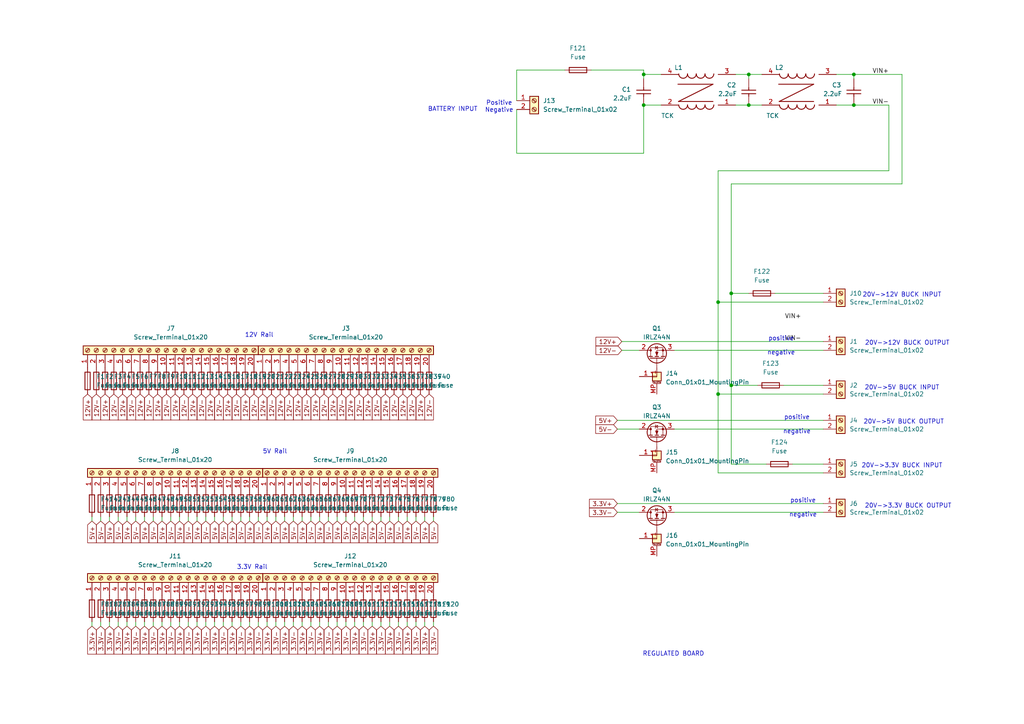
<source format=kicad_sch>
(kicad_sch (version 20231120) (generator "eeschema") (generator_version "8.0")
  (paper "A4")
  (lib_symbols
    (symbol "Connector:Screw_Terminal_01x02" (pin_names (offset 1.016) hide)
      (property "Reference" "J" (at 0 2.54 0))
      (property "Value" "Screw_Terminal_01x02" (at 0 -5.08 0))
      (symbol "Screw_Terminal_01x02_1_1"
        (pin passive line (at -5.08 0 0) (length 3.81) (name "Pin_1") (number "1"))
        (pin passive line (at -5.08 -2.54 0) (length 3.81) (name "Pin_2") (number "2"))
      )
    )
    (symbol "Connector:Screw_Terminal_01x20" (pin_names (offset 1.016) hide)
      (property "Reference" "J" (at 0 25.4 0))
      (property "Value" "Screw_Terminal_01x20" (at 0 -27.94 0))
      (symbol "Screw_Terminal_01x20_1_1"
        (pin passive line (at -5.08 22.86 0) (length 3.81) (name "Pin_1") (number "1"))
        (pin passive line (at -5.08 0 0) (length 3.81) (name "Pin_10") (number "10"))
        (pin passive line (at -5.08 -2.54 0) (length 3.81) (name "Pin_11") (number "11"))
        (pin passive line (at -5.08 -5.08 0) (length 3.81) (name "Pin_12") (number "12"))
        (pin passive line (at -5.08 -7.62 0) (length 3.81) (name "Pin_13") (number "13"))
        (pin passive line (at -5.08 -10.16 0) (length 3.81) (name "Pin_14") (number "14"))
        (pin passive line (at -5.08 -12.7 0) (length 3.81) (name "Pin_15") (number "15"))
        (pin passive line (at -5.08 -15.24 0) (length 3.81) (name "Pin_16") (number "16"))
        (pin passive line (at -5.08 -17.78 0) (length 3.81) (name "Pin_17") (number "17"))
        (pin passive line (at -5.08 -20.32 0) (length 3.81) (name "Pin_18") (number "18"))
        (pin passive line (at -5.08 -22.86 0) (length 3.81) (name "Pin_19") (number "19"))
        (pin passive line (at -5.08 20.32 0) (length 3.81) (name "Pin_2") (number "2"))
        (pin passive line (at -5.08 -25.4 0) (length 3.81) (name "Pin_20") (number "20"))
        (pin passive line (at -5.08 17.78 0) (length 3.81) (name "Pin_3") (number "3"))
        (pin passive line (at -5.08 15.24 0) (length 3.81) (name "Pin_4") (number "4"))
        (pin passive line (at -5.08 12.7 0) (length 3.81) (name "Pin_5") (number "5"))
        (pin passive line (at -5.08 10.16 0) (length 3.81) (name "Pin_6") (number "6"))
        (pin passive line (at -5.08 7.62 0) (length 3.81) (name "Pin_7") (number "7"))
        (pin passive line (at -5.08 5.08 0) (length 3.81) (name "Pin_8") (number "8"))
        (pin passive line (at -5.08 2.54 0) (length 3.81) (name "Pin_9") (number "9"))
      )
    )
    (symbol "Connector_Generic_MountingPin:Conn_01x01_MountingPin" (pin_names (offset 1.016) hide)
      (property "Reference" "J" (at 0 2.54 0))
      (property "Value" "Conn_01x01_MountingPin" (at 1.27 -2.54 0))
      (symbol "Conn_01x01_MountingPin_1_1"
        (text "Mounting" (at 0 -1.651 0) (effects (font (size 0.381 0.381))))
        (pin passive line (at -5.08 0 0) (length 3.81) (name "Pin_1") (number "1"))
        (pin passive line (at 0 -5.08 90) (length 3.048) (name "MountPin") (number "MP"))
      )
    )
    (symbol "Device:Fuse" (pin_numbers hide) (pin_names (offset 0))
      (property "Reference" "F" (at 2.032 0 90))
      (property "Value" "Fuse" (at -1.905 0 90))
      (symbol "Fuse_1_1"
        (pin passive line (at 0 3.81 270) (length 1.27) (name "~") (number "1"))
        (pin passive line (at 0 -3.81 90) (length 1.27) (name "~") (number "2"))
      )
    )
    (symbol "Power Distribution Board:2_TCK Common Mode CHoke"
      (property "Value" "2_TCK Common Mode CHoke" (at 11.43 -5.08 0))
      (symbol "2_TCK Common Mode CHoke_1_0"
        (pin passive line (at 21.59 0 180) (length 5.08) (name "1") (number "1"))
        (pin passive line (at 0 0 0) (length 5.08) (name "2") (number "2"))
        (pin passive line (at 21.59 8.89 180) (length 5.08) (name "1") (number "3"))
        (pin passive line (at 0 8.89 0) (length 5.08) (name "2") (number "4"))
      )
    )
    (symbol "Power Distribution Board:3_Cap Semi"
      (property "Value" "3_Cap Semi" (at 0 0 0))
      (symbol "3_Cap Semi_1_0"
        (pin passive line (at -2.54 2.54 270) (length 2.54) (name "1") (number "1"))
        (pin passive line (at -2.54 -5.08 90) (length 2.54) (name "2") (number "2"))
      )
    )
    (symbol "Transistor_FET:IRLZ44N" (pin_names hide)
      (property "Reference" "Q" (at 5.08 1.905 0))
      (property "Value" "IRLZ44N" (at 5.08 0 0))
      (symbol "IRLZ44N_1_1"
        (pin input line (at -5.08 0 0) (length 2.54) (name "G") (number "1"))
        (pin passive line (at 2.54 5.08 270) (length 2.54) (name "D") (number "2"))
        (pin passive line (at 2.54 -5.08 90) (length 2.54) (name "S") (number "3"))
      )
    )
  )
  (junction (at 212.09 111.76))
  (junction (at 217.17 30.48))
  (junction (at 247.65 21.59))
  (junction (at 208.28 87.63))
  (junction (at 212.09 85.09))
  (junction (at 186.69 30.48))
  (junction (at 217.17 21.59))
  (junction (at 186.69 21.59))
  (junction (at 247.65 30.48))
  (junction (at 208.28 114.3))
  (wire (pts (xy 123.19 181.61) (xy 123.19 180.34)))
  (wire (pts (xy 100.33 151.13) (xy 100.33 149.86)))
  (wire (pts (xy 69.85 181.61) (xy 69.85 180.34)))
  (wire (pts (xy 179.07 146.05) (xy 238.76 146.05)))
  (wire (pts (xy 217.17 21.59) (xy 217.17 22.86)))
  (wire (pts (xy 123.19 151.13) (xy 123.19 149.86)))
  (wire (pts (xy 92.71 151.13) (xy 92.71 149.86)))
  (wire (pts (xy 212.09 53.34) (xy 261.62 53.34)))
  (wire (pts (xy 100.33 181.61) (xy 100.33 180.34)))
  (wire (pts (xy 39.37 181.61) (xy 39.37 180.34)))
  (wire (pts (xy 59.69 151.13) (xy 59.69 149.86)))
  (wire (pts (xy 115.57 151.13) (xy 115.57 149.86)))
  (wire (pts (xy 36.83 151.13) (xy 36.83 149.86)))
  (wire (pts (xy 80.01 181.61) (xy 80.01 180.34)))
  (wire (pts (xy 77.47 151.13) (xy 77.47 149.86)))
  (wire (pts (xy 247.65 21.59) (xy 261.62 21.59)))
  (wire (pts (xy 171.45 20.32) (xy 186.69 20.32)))
  (wire (pts (xy 57.15 151.13) (xy 57.15 149.86)))
  (wire (pts (xy 46.99 151.13) (xy 46.99 149.86)))
  (wire (pts (xy 224.79 85.09) (xy 238.76 85.09)))
  (wire (pts (xy 186.69 20.32) (xy 186.69 21.59)))
  (wire (pts (xy 125.73 151.13) (xy 125.73 149.86)))
  (wire (pts (xy 208.28 114.3) (xy 208.28 137.16)))
  (wire (pts (xy 195.58 101.6) (xy 238.76 101.6)))
  (wire (pts (xy 113.03 181.61) (xy 113.03 180.34)))
  (wire (pts (xy 34.29 181.61) (xy 34.29 180.34)))
  (wire (pts (xy 208.28 87.63) (xy 208.28 114.3)))
  (wire (pts (xy 261.62 53.34) (xy 261.62 21.59)))
  (wire (pts (xy 118.11 151.13) (xy 118.11 149.86)))
  (wire (pts (xy 186.69 21.59) (xy 191.77 21.59)))
  (wire (pts (xy 29.21 151.13) (xy 29.21 149.86)))
  (wire (pts (xy 257.81 49.53) (xy 208.28 49.53)))
  (wire (pts (xy 64.77 181.61) (xy 64.77 180.34)))
  (wire (pts (xy 85.09 181.61) (xy 85.09 180.34)))
  (wire (pts (xy 26.67 181.61) (xy 26.67 180.34)))
  (wire (pts (xy 46.99 181.61) (xy 46.99 180.34)))
  (wire (pts (xy 87.63 181.61) (xy 87.63 180.34)))
  (wire (pts (xy 44.45 181.61) (xy 44.45 180.34)))
  (wire (pts (xy 49.53 151.13) (xy 49.53 149.86)))
  (wire (pts (xy 72.39 181.61) (xy 72.39 180.34)))
  (wire (pts (xy 179.07 121.92) (xy 238.76 121.92)))
  (wire (pts (xy 186.69 21.59) (xy 186.69 22.86)))
  (wire (pts (xy 212.09 134.62) (xy 222.25 134.62)))
  (wire (pts (xy 113.03 151.13) (xy 113.03 149.86)))
  (wire (pts (xy 105.41 151.13) (xy 105.41 149.86)))
  (wire (pts (xy 242.57 30.48) (xy 247.65 30.48)))
  (wire (pts (xy 149.86 44.45) (xy 186.69 44.45)))
  (wire (pts (xy 97.79 151.13) (xy 97.79 149.86)))
  (wire (pts (xy 120.65 181.61) (xy 120.65 180.34)))
  (wire (pts (xy 180.34 101.6) (xy 185.42 101.6)))
  (wire (pts (xy 242.57 21.59) (xy 247.65 21.59)))
  (wire (pts (xy 208.28 49.53) (xy 208.28 87.63)))
  (wire (pts (xy 229.87 134.62) (xy 238.76 134.62)))
  (wire (pts (xy 64.77 151.13) (xy 64.77 149.86)))
  (wire (pts (xy 74.93 181.61) (xy 74.93 180.34)))
  (wire (pts (xy 54.61 151.13) (xy 54.61 149.86)))
  (wire (pts (xy 31.75 151.13) (xy 31.75 149.86)))
  (wire (pts (xy 90.17 181.61) (xy 90.17 180.34)))
  (wire (pts (xy 29.21 181.61) (xy 29.21 180.34)))
  (wire (pts (xy 212.09 85.09) (xy 212.09 111.76)))
  (wire (pts (xy 208.28 87.63) (xy 238.76 87.63)))
  (wire (pts (xy 195.58 124.46) (xy 238.76 124.46)))
  (wire (pts (xy 180.34 99.06) (xy 238.76 99.06)))
  (wire (pts (xy 41.91 181.61) (xy 41.91 180.34)))
  (wire (pts (xy 44.45 151.13) (xy 44.45 149.86)))
  (wire (pts (xy 227.33 111.76) (xy 238.76 111.76)))
  (wire (pts (xy 85.09 151.13) (xy 85.09 149.86)))
  (wire (pts (xy 52.07 151.13) (xy 52.07 149.86)))
  (wire (pts (xy 247.65 21.59) (xy 247.65 22.86)))
  (wire (pts (xy 41.91 151.13) (xy 41.91 149.86)))
  (wire (pts (xy 87.63 151.13) (xy 87.63 149.86)))
  (wire (pts (xy 186.69 30.48) (xy 191.77 30.48)))
  (wire (pts (xy 107.95 181.61) (xy 107.95 180.34)))
  (wire (pts (xy 110.49 181.61) (xy 110.49 180.34)))
  (wire (pts (xy 125.73 181.61) (xy 125.73 180.34)))
  (wire (pts (xy 59.69 181.61) (xy 59.69 180.34)))
  (wire (pts (xy 57.15 181.61) (xy 57.15 180.34)))
  (wire (pts (xy 208.28 114.3) (xy 238.76 114.3)))
  (wire (pts (xy 36.83 181.61) (xy 36.83 180.34)))
  (wire (pts (xy 62.23 181.61) (xy 62.23 180.34)))
  (wire (pts (xy 97.79 181.61) (xy 97.79 180.34)))
  (wire (pts (xy 62.23 151.13) (xy 62.23 149.86)))
  (wire (pts (xy 257.81 30.48) (xy 257.81 49.53)))
  (wire (pts (xy 212.09 53.34) (xy 212.09 85.09)))
  (wire (pts (xy 34.29 151.13) (xy 34.29 149.86)))
  (wire (pts (xy 49.53 181.61) (xy 49.53 180.34)))
  (wire (pts (xy 149.86 20.32) (xy 149.86 29.21)))
  (wire (pts (xy 102.87 181.61) (xy 102.87 180.34)))
  (wire (pts (xy 95.25 181.61) (xy 95.25 180.34)))
  (wire (pts (xy 95.25 151.13) (xy 95.25 149.86)))
  (wire (pts (xy 120.65 151.13) (xy 120.65 149.86)))
  (wire (pts (xy 149.86 31.75) (xy 149.86 44.45)))
  (wire (pts (xy 105.41 181.61) (xy 105.41 180.34)))
  (wire (pts (xy 118.11 181.61) (xy 118.11 180.34)))
  (wire (pts (xy 92.71 181.61) (xy 92.71 180.34)))
  (wire (pts (xy 186.69 30.48) (xy 186.69 44.45)))
  (wire (pts (xy 212.09 111.76) (xy 212.09 134.62)))
  (wire (pts (xy 179.07 124.46) (xy 185.42 124.46)))
  (wire (pts (xy 82.55 151.13) (xy 82.55 149.86)))
  (wire (pts (xy 247.65 30.48) (xy 257.81 30.48)))
  (wire (pts (xy 213.36 21.59) (xy 217.17 21.59)))
  (wire (pts (xy 90.17 151.13) (xy 90.17 149.86)))
  (wire (pts (xy 149.86 20.32) (xy 163.83 20.32)))
  (wire (pts (xy 54.61 181.61) (xy 54.61 180.34)))
  (wire (pts (xy 212.09 111.76) (xy 219.71 111.76)))
  (wire (pts (xy 107.95 151.13) (xy 107.95 149.86)))
  (wire (pts (xy 82.55 181.61) (xy 82.55 180.34)))
  (wire (pts (xy 217.17 30.48) (xy 220.98 30.48)))
  (wire (pts (xy 67.31 151.13) (xy 67.31 149.86)))
  (wire (pts (xy 77.47 181.61) (xy 77.47 180.34)))
  (wire (pts (xy 212.09 85.09) (xy 217.17 85.09)))
  (wire (pts (xy 179.07 148.59) (xy 185.42 148.59)))
  (wire (pts (xy 110.49 151.13) (xy 110.49 149.86)))
  (wire (pts (xy 52.07 181.61) (xy 52.07 180.34)))
  (wire (pts (xy 67.31 181.61) (xy 67.31 180.34)))
  (wire (pts (xy 39.37 151.13) (xy 39.37 149.86)))
  (wire (pts (xy 72.39 151.13) (xy 72.39 149.86)))
  (wire (pts (xy 26.67 151.13) (xy 26.67 149.86)))
  (wire (pts (xy 208.28 137.16) (xy 238.76 137.16)))
  (wire (pts (xy 217.17 21.59) (xy 220.98 21.59)))
  (wire (pts (xy 69.85 151.13) (xy 69.85 149.86)))
  (wire (pts (xy 102.87 151.13) (xy 102.87 149.86)))
  (wire (pts (xy 74.93 151.13) (xy 74.93 149.86)))
  (wire (pts (xy 213.36 30.48) (xy 217.17 30.48)))
  (wire (pts (xy 195.58 148.59) (xy 238.76 148.59)))
  (wire (pts (xy 80.01 151.13) (xy 80.01 149.86)))
  (wire (pts (xy 115.57 181.61) (xy 115.57 180.34)))
  (wire (pts (xy 31.75 181.61) (xy 31.75 180.34)))
  (text "12V Rail" (at 75.184 97.282 0) (effects (font (size 1.27 1.27))))
  (text "20V->12V BUCK OUTPUT\n" (at 263.144 99.568 0) (effects (font (size 1.27 1.27))))
  (text "positive\n\nnegative" (at 232.918 147.32 0) (effects (font (size 1.27 1.27))))
  (text "Positive\nNegative" (at 144.78 30.988 0) (effects (font (size 1.27 1.27))))
  (text "REGULATED BOARD" (at 195.326 189.738 0) (effects (font (size 1.27 1.27))))
  (text "positive\n\nnegative" (at 231.14 123.19 0) (effects (font (size 1.27 1.27))))
  (text "20V->5V BUCK OUTPUT\n" (at 262.128 122.428 0) (effects (font (size 1.27 1.27))))
  (text "20V->5V BUCK INPUT\n" (at 261.62 112.522 0) (effects (font (size 1.27 1.27))))
  (text "3.3V Rail" (at 73.152 164.592 0) (effects (font (size 1.27 1.27))))
  (text "20V->3.3V BUCK OUTPUT\n" (at 263.398 146.812 0) (effects (font (size 1.27 1.27))))
  (text "positive\n\nnegative" (at 226.568 100.33 0) (effects (font (size 1.27 1.27))))
  (text "5V Rail" (at 79.756 131.064 0) (effects (font (size 1.27 1.27))))
  (text "20V->12V BUCK INPUT\n" (at 261.62 85.598 0) (effects (font (size 1.27 1.27))))
  (text "20V->3.3V BUCK INPUT\n" (at 261.62 135.128 0) (effects (font (size 1.27 1.27))))
  (text "BATTERY INPUT" (at 131.318 31.75 0) (effects (font (size 1.27 1.27))))
  (label "VIN-" (at 257.81 30.48 180))
  (label "VIN+" (at 232.41 92.71 180))
  (label "VIN-" (at 232.41 99.06 180))
  (label "VIN+" (at 257.81 21.59 180))
  (global_label "5V-" (shape input) (at 64.77 151.13 270) (property "Intersheetrefs" "${INTERSHEET_REFS}" (effects (hide yes))))
  (global_label "12V+" (shape input) (at 91.44 114.3 270) (property "Intersheetrefs" "${INTERSHEET_REFS}" (effects (hide yes))))
  (global_label "3.3V-" (shape input) (at 85.09 181.61 270) (property "Intersheetrefs" "${INTERSHEET_REFS}" (effects (hide yes))))
  (global_label "3.3V+" (shape input) (at 31.75 181.61 270) (property "Intersheetrefs" "${INTERSHEET_REFS}" (effects (hide yes))))
  (global_label "5V+" (shape input) (at 31.75 151.13 270) (property "Intersheetrefs" "${INTERSHEET_REFS}" (effects (hide yes))))
  (global_label "3.3V-" (shape input) (at 69.85 181.61 270) (property "Intersheetrefs" "${INTERSHEET_REFS}" (effects (hide yes))))
  (global_label "12V+" (shape input) (at 55.88 114.3 270) (property "Intersheetrefs" "${INTERSHEET_REFS}" (effects (hide yes))))
  (global_label "3.3V+" (shape input) (at 57.15 181.61 270) (property "Intersheetrefs" "${INTERSHEET_REFS}" (effects (hide yes))))
  (global_label "3.3V+" (shape input) (at 97.79 181.61 270) (property "Intersheetrefs" "${INTERSHEET_REFS}" (effects (hide yes))))
  (global_label "5V+" (shape input) (at 107.95 151.13 270) (property "Intersheetrefs" "${INTERSHEET_REFS}" (effects (hide yes))))
  (global_label "3.3V-" (shape input) (at 125.73 181.61 270) (property "Intersheetrefs" "${INTERSHEET_REFS}" (effects (hide yes))))
  (global_label "3.3V+" (shape input) (at 41.91 181.61 270) (property "Intersheetrefs" "${INTERSHEET_REFS}" (effects (hide yes))))
  (global_label "12V-" (shape input) (at 93.98 114.3 270) (property "Intersheetrefs" "${INTERSHEET_REFS}" (effects (hide yes))))
  (global_label "3.3V+" (shape input) (at 113.03 181.61 270) (property "Intersheetrefs" "${INTERSHEET_REFS}" (effects (hide yes))))
  (global_label "3.3V-" (shape input) (at 120.65 181.61 270) (property "Intersheetrefs" "${INTERSHEET_REFS}" (effects (hide yes))))
  (global_label "12V-" (shape input) (at 114.3 114.3 270) (property "Intersheetrefs" "${INTERSHEET_REFS}" (effects (hide yes))))
  (global_label "3.3V-" (shape input) (at 90.17 181.61 270) (property "Intersheetrefs" "${INTERSHEET_REFS}" (effects (hide yes))))
  (global_label "5V+" (shape input) (at 118.11 151.13 270) (property "Intersheetrefs" "${INTERSHEET_REFS}" (effects (hide yes))))
  (global_label "12V-" (shape input) (at 63.5 114.3 270) (property "Intersheetrefs" "${INTERSHEET_REFS}" (effects (hide yes))))
  (global_label "5V+" (shape input) (at 26.67 151.13 270) (property "Intersheetrefs" "${INTERSHEET_REFS}" (effects (hide yes))))
  (global_label "12V+" (shape input) (at 81.28 114.3 270) (property "Intersheetrefs" "${INTERSHEET_REFS}" (effects (hide yes))))
  (global_label "12V+" (shape input) (at 106.68 114.3 270) (property "Intersheetrefs" "${INTERSHEET_REFS}" (effects (hide yes))))
  (global_label "12V-" (shape input) (at 78.74 114.3 270) (property "Intersheetrefs" "${INTERSHEET_REFS}" (effects (hide yes))))
  (global_label "5V+" (shape input) (at 52.07 151.13 270) (property "Intersheetrefs" "${INTERSHEET_REFS}" (effects (hide yes))))
  (global_label "5V+" (shape input) (at 102.87 151.13 270) (property "Intersheetrefs" "${INTERSHEET_REFS}" (effects (hide yes))))
  (global_label "12V+" (shape input) (at 76.2 114.3 270) (property "Intersheetrefs" "${INTERSHEET_REFS}" (effects (hide yes))))
  (global_label "5V+" (shape input) (at 77.47 151.13 270) (property "Intersheetrefs" "${INTERSHEET_REFS}" (effects (hide yes))))
  (global_label "12V+" (shape input) (at 121.92 114.3 270) (property "Intersheetrefs" "${INTERSHEET_REFS}" (effects (hide yes))))
  (global_label "12V+" (shape input) (at 96.52 114.3 270) (property "Intersheetrefs" "${INTERSHEET_REFS}" (effects (hide yes))))
  (global_label "12V+" (shape input) (at 180.34 99.06 180) (property "Intersheetrefs" "${INTERSHEET_REFS}" (effects (hide yes))))
  (global_label "3.3V+" (shape input) (at 82.55 181.61 270) (property "Intersheetrefs" "${INTERSHEET_REFS}" (effects (hide yes))))
  (global_label "5V+" (shape input) (at 87.63 151.13 270) (property "Intersheetrefs" "${INTERSHEET_REFS}" (effects (hide yes))))
  (global_label "3.3V-" (shape input) (at 54.61 181.61 270) (property "Intersheetrefs" "${INTERSHEET_REFS}" (effects (hide yes))))
  (global_label "5V+" (shape input) (at 41.91 151.13 270) (property "Intersheetrefs" "${INTERSHEET_REFS}" (effects (hide yes))))
  (global_label "5V+" (shape input) (at 123.19 151.13 270) (property "Intersheetrefs" "${INTERSHEET_REFS}" (effects (hide yes))))
  (global_label "3.3V-" (shape input) (at 29.21 181.61 270) (property "Intersheetrefs" "${INTERSHEET_REFS}" (effects (hide yes))))
  (global_label "12V-" (shape input) (at 119.38 114.3 270) (property "Intersheetrefs" "${INTERSHEET_REFS}" (effects (hide yes))))
  (global_label "5V-" (shape input) (at 100.33 151.13 270) (property "Intersheetrefs" "${INTERSHEET_REFS}" (effects (hide yes))))
  (global_label "3.3V-" (shape input) (at 95.25 181.61 270) (property "Intersheetrefs" "${INTERSHEET_REFS}" (effects (hide yes))))
  (global_label "5V+" (shape input) (at 92.71 151.13 270) (property "Intersheetrefs" "${INTERSHEET_REFS}" (effects (hide yes))))
  (global_label "5V-" (shape input) (at 34.29 151.13 270) (property "Intersheetrefs" "${INTERSHEET_REFS}" (effects (hide yes))))
  (global_label "12V+" (shape input) (at 101.6 114.3 270) (property "Intersheetrefs" "${INTERSHEET_REFS}" (effects (hide yes))))
  (global_label "5V+" (shape input) (at 82.55 151.13 270) (property "Intersheetrefs" "${INTERSHEET_REFS}" (effects (hide yes))))
  (global_label "3.3V+" (shape input) (at 179.07 146.05 180) (property "Intersheetrefs" "${INTERSHEET_REFS}" (effects (hide yes))))
  (global_label "5V-" (shape input) (at 80.01 151.13 270) (property "Intersheetrefs" "${INTERSHEET_REFS}" (effects (hide yes))))
  (global_label "5V-" (shape input) (at 110.49 151.13 270) (property "Intersheetrefs" "${INTERSHEET_REFS}" (effects (hide yes))))
  (global_label "3.3V+" (shape input) (at 118.11 181.61 270) (property "Intersheetrefs" "${INTERSHEET_REFS}" (effects (hide yes))))
  (global_label "5V-" (shape input) (at 120.65 151.13 270) (property "Intersheetrefs" "${INTERSHEET_REFS}" (effects (hide yes))))
  (global_label "12V-" (shape input) (at 83.82 114.3 270) (property "Intersheetrefs" "${INTERSHEET_REFS}" (effects (hide yes))))
  (global_label "3.3V-" (shape input) (at 64.77 181.61 270) (property "Intersheetrefs" "${INTERSHEET_REFS}" (effects (hide yes))))
  (global_label "5V-" (shape input) (at 69.85 151.13 270) (property "Intersheetrefs" "${INTERSHEET_REFS}" (effects (hide yes))))
  (global_label "3.3V-" (shape input) (at 74.93 181.61 270) (property "Intersheetrefs" "${INTERSHEET_REFS}" (effects (hide yes))))
  (global_label "5V+" (shape input) (at 113.03 151.13 270) (property "Intersheetrefs" "${INTERSHEET_REFS}" (effects (hide yes))))
  (global_label "3.3V+" (shape input) (at 62.23 181.61 270) (property "Intersheetrefs" "${INTERSHEET_REFS}" (effects (hide yes))))
  (global_label "5V-" (shape input) (at 125.73 151.13 270) (property "Intersheetrefs" "${INTERSHEET_REFS}" (effects (hide yes))))
  (global_label "12V-" (shape input) (at 33.02 114.3 270) (property "Intersheetrefs" "${INTERSHEET_REFS}" (effects (hide yes))))
  (global_label "12V-" (shape input) (at 99.06 114.3 270) (property "Intersheetrefs" "${INTERSHEET_REFS}" (effects (hide yes))))
  (global_label "3.3V-" (shape input) (at 59.69 181.61 270) (property "Intersheetrefs" "${INTERSHEET_REFS}" (effects (hide yes))))
  (global_label "5V-" (shape input) (at 179.07 124.46 180) (property "Intersheetrefs" "${INTERSHEET_REFS}" (effects (hide yes))))
  (global_label "3.3V-" (shape input) (at 44.45 181.61 270) (property "Intersheetrefs" "${INTERSHEET_REFS}" (effects (hide yes))))
  (global_label "5V-" (shape input) (at 85.09 151.13 270) (property "Intersheetrefs" "${INTERSHEET_REFS}" (effects (hide yes))))
  (global_label "12V-" (shape input) (at 88.9 114.3 270) (property "Intersheetrefs" "${INTERSHEET_REFS}" (effects (hide yes))))
  (global_label "5V+" (shape input) (at 72.39 151.13 270) (property "Intersheetrefs" "${INTERSHEET_REFS}" (effects (hide yes))))
  (global_label "5V+" (shape input) (at 36.83 151.13 270) (property "Intersheetrefs" "${INTERSHEET_REFS}" (effects (hide yes))))
  (global_label "3.3V+" (shape input) (at 92.71 181.61 270) (property "Intersheetrefs" "${INTERSHEET_REFS}" (effects (hide yes))))
  (global_label "12V+" (shape input) (at 45.72 114.3 270) (property "Intersheetrefs" "${INTERSHEET_REFS}" (effects (hide yes))))
  (global_label "5V-" (shape input) (at 59.69 151.13 270) (property "Intersheetrefs" "${INTERSHEET_REFS}" (effects (hide yes))))
  (global_label "12V-" (shape input) (at 104.14 114.3 270) (property "Intersheetrefs" "${INTERSHEET_REFS}" (effects (hide yes))))
  (global_label "5V-" (shape input) (at 49.53 151.13 270) (property "Intersheetrefs" "${INTERSHEET_REFS}" (effects (hide yes))))
  (global_label "3.3V-" (shape input) (at 49.53 181.61 270) (property "Intersheetrefs" "${INTERSHEET_REFS}" (effects (hide yes))))
  (global_label "12V-" (shape input) (at 73.66 114.3 270) (property "Intersheetrefs" "${INTERSHEET_REFS}" (effects (hide yes))))
  (global_label "3.3V-" (shape input) (at 110.49 181.61 270) (property "Intersheetrefs" "${INTERSHEET_REFS}" (effects (hide yes))))
  (global_label "12V+" (shape input) (at 35.56 114.3 270) (property "Intersheetrefs" "${INTERSHEET_REFS}" (effects (hide yes))))
  (global_label "3.3V-" (shape input) (at 105.41 181.61 270) (property "Intersheetrefs" "${INTERSHEET_REFS}" (effects (hide yes))))
  (global_label "12V-" (shape input) (at 124.46 114.3 270) (property "Intersheetrefs" "${INTERSHEET_REFS}" (effects (hide yes))))
  (global_label "12V-" (shape input) (at 43.18 114.3 270) (property "Intersheetrefs" "${INTERSHEET_REFS}" (effects (hide yes))))
  (global_label "3.3V+" (shape input) (at 107.95 181.61 270) (property "Intersheetrefs" "${INTERSHEET_REFS}" (effects (hide yes))))
  (global_label "5V+" (shape input) (at 62.23 151.13 270) (property "Intersheetrefs" "${INTERSHEET_REFS}" (effects (hide yes))))
  (global_label "5V-" (shape input) (at 90.17 151.13 270) (property "Intersheetrefs" "${INTERSHEET_REFS}" (effects (hide yes))))
  (global_label "3.3V+" (shape input) (at 26.67 181.61 270) (property "Intersheetrefs" "${INTERSHEET_REFS}" (effects (hide yes))))
  (global_label "5V-" (shape input) (at 39.37 151.13 270) (property "Intersheetrefs" "${INTERSHEET_REFS}" (effects (hide yes))))
  (global_label "5V+" (shape input) (at 67.31 151.13 270) (property "Intersheetrefs" "${INTERSHEET_REFS}" (effects (hide yes))))
  (global_label "12V+" (shape input) (at 111.76 114.3 270) (property "Intersheetrefs" "${INTERSHEET_REFS}" (effects (hide yes))))
  (global_label "5V-" (shape input) (at 44.45 151.13 270) (property "Intersheetrefs" "${INTERSHEET_REFS}" (effects (hide yes))))
  (global_label "3.3V+" (shape input) (at 36.83 181.61 270) (property "Intersheetrefs" "${INTERSHEET_REFS}" (effects (hide yes))))
  (global_label "12V-" (shape input) (at 68.58 114.3 270) (property "Intersheetrefs" "${INTERSHEET_REFS}" (effects (hide yes))))
  (global_label "3.3V+" (shape input) (at 52.07 181.61 270) (property "Intersheetrefs" "${INTERSHEET_REFS}" (effects (hide yes))))
  (global_label "3.3V+" (shape input) (at 87.63 181.61 270) (property "Intersheetrefs" "${INTERSHEET_REFS}" (effects (hide yes))))
  (global_label "12V+" (shape input) (at 116.84 114.3 270) (property "Intersheetrefs" "${INTERSHEET_REFS}" (effects (hide yes))))
  (global_label "12V+" (shape input) (at 66.04 114.3 270) (property "Intersheetrefs" "${INTERSHEET_REFS}" (effects (hide yes))))
  (global_label "5V-" (shape input) (at 29.21 151.13 270) (property "Intersheetrefs" "${INTERSHEET_REFS}" (effects (hide yes))))
  (global_label "3.3V-" (shape input) (at 179.07 148.59 180) (property "Intersheetrefs" "${INTERSHEET_REFS}" (effects (hide yes))))
  (global_label "3.3V+" (shape input) (at 72.39 181.61 270) (property "Intersheetrefs" "${INTERSHEET_REFS}" (effects (hide yes))))
  (global_label "12V-" (shape input) (at 53.34 114.3 270) (property "Intersheetrefs" "${INTERSHEET_REFS}" (effects (hide yes))))
  (global_label "5V+" (shape input) (at 46.99 151.13 270) (property "Intersheetrefs" "${INTERSHEET_REFS}" (effects (hide yes))))
  (global_label "12V+" (shape input) (at 60.96 114.3 270) (property "Intersheetrefs" "${INTERSHEET_REFS}" (effects (hide yes))))
  (global_label "12V-" (shape input) (at 38.1 114.3 270) (property "Intersheetrefs" "${INTERSHEET_REFS}" (effects (hide yes))))
  (global_label "5V+" (shape input) (at 57.15 151.13 270) (property "Intersheetrefs" "${INTERSHEET_REFS}" (effects (hide yes))))
  (global_label "12V-" (shape input) (at 109.22 114.3 270) (property "Intersheetrefs" "${INTERSHEET_REFS}" (effects (hide yes))))
  (global_label "12V-" (shape input) (at 58.42 114.3 270) (property "Intersheetrefs" "${INTERSHEET_REFS}" (effects (hide yes))))
  (global_label "12V+" (shape input) (at 40.64 114.3 270) (property "Intersheetrefs" "${INTERSHEET_REFS}" (effects (hide yes))))
  (global_label "3.3V-" (shape input) (at 39.37 181.61 270) (property "Intersheetrefs" "${INTERSHEET_REFS}" (effects (hide yes))))
  (global_label "3.3V-" (shape input) (at 34.29 181.61 270) (property "Intersheetrefs" "${INTERSHEET_REFS}" (effects (hide yes))))
  (global_label "12V+" (shape input) (at 86.36 114.3 270) (property "Intersheetrefs" "${INTERSHEET_REFS}" (effects (hide yes))))
  (global_label "12V-" (shape input) (at 48.26 114.3 270) (property "Intersheetrefs" "${INTERSHEET_REFS}" (effects (hide yes))))
  (global_label "5V-" (shape input) (at 105.41 151.13 270) (property "Intersheetrefs" "${INTERSHEET_REFS}" (effects (hide yes))))
  (global_label "3.3V+" (shape input) (at 102.87 181.61 270) (property "Intersheetrefs" "${INTERSHEET_REFS}" (effects (hide yes))))
  (global_label "5V-" (shape input) (at 115.57 151.13 270) (property "Intersheetrefs" "${INTERSHEET_REFS}" (effects (hide yes))))
  (global_label "3.3V+" (shape input) (at 67.31 181.61 270) (property "Intersheetrefs" "${INTERSHEET_REFS}" (effects (hide yes))))
  (global_label "12V-" (shape input) (at 180.34 101.6 180) (property "Intersheetrefs" "${INTERSHEET_REFS}" (effects (hide yes))))
  (global_label "3.3V-" (shape input) (at 100.33 181.61 270) (property "Intersheetrefs" "${INTERSHEET_REFS}" (effects (hide yes))))
  (global_label "3.3V-" (shape input) (at 115.57 181.61 270) (property "Intersheetrefs" "${INTERSHEET_REFS}" (effects (hide yes))))
  (global_label "5V-" (shape input) (at 95.25 151.13 270) (property "Intersheetrefs" "${INTERSHEET_REFS}" (effects (hide yes))))
  (global_label "3.3V+" (shape input) (at 46.99 181.61 270) (property "Intersheetrefs" "${INTERSHEET_REFS}" (effects (hide yes))))
  (global_label "12V+" (shape input) (at 50.8 114.3 270) (property "Intersheetrefs" "${INTERSHEET_REFS}" (effects (hide yes))))
  (global_label "12V+" (shape input) (at 30.48 114.3 270) (property "Intersheetrefs" "${INTERSHEET_REFS}" (effects (hide yes))))
  (global_label "3.3V+" (shape input) (at 77.47 181.61 270) (property "Intersheetrefs" "${INTERSHEET_REFS}" (effects (hide yes))))
  (global_label "12V+" (shape input) (at 25.4 114.3 270) (property "Intersheetrefs" "${INTERSHEET_REFS}" (effects (hide yes))))
  (global_label "12V-" (shape input) (at 27.94 114.3 270) (property "Intersheetrefs" "${INTERSHEET_REFS}" (effects (hide yes))))
  (global_label "12V+" (shape input) (at 71.12 114.3 270) (property "Intersheetrefs" "${INTERSHEET_REFS}" (effects (hide yes))))
  (global_label "5V+" (shape input) (at 179.07 121.92 180) (property "Intersheetrefs" "${INTERSHEET_REFS}" (effects (hide yes))))
  (global_label "5V-" (shape input) (at 54.61 151.13 270) (property "Intersheetrefs" "${INTERSHEET_REFS}" (effects (hide yes))))
  (global_label "3.3V-" (shape input) (at 80.01 181.61 270) (property "Intersheetrefs" "${INTERSHEET_REFS}" (effects (hide yes))))
  (global_label "5V-" (shape input) (at 74.93 151.13 270) (property "Intersheetrefs" "${INTERSHEET_REFS}" (effects (hide yes))))
  (global_label "5V+" (shape input) (at 97.79 151.13 270) (property "Intersheetrefs" "${INTERSHEET_REFS}" (effects (hide yes))))
  (global_label "3.3V+" (shape input) (at 123.19 181.61 270) (property "Intersheetrefs" "${INTERSHEET_REFS}" (effects (hide yes))))
  (symbol (lib_id "Device:Fuse") (at 74.93 176.53 0) (unit 1)
    (property "Reference" "F100" (at 77.47 175.2599 0) (effects (justify left)))
    (property "Value" "Fuse" (at 77.47 177.7999 0) (effects (justify left)))
    (property "Footprint" "Resistor_THT:R_Axial_Power_L20.0mm_W6.4mm_P22.40mm" (effects (hide yes)))
    (property "Description" "Fuse" (effects (hide yes)))
  )
  (symbol (lib_id "Device:Fuse") (at 33.02 110.49 0) (unit 1)
    (property "Reference" "F4" (at 35.56 109.2199 0) (effects (justify left)))
    (property "Value" "Fuse" (at 35.56 111.7599 0) (effects (justify left)))
    (property "Footprint" "Resistor_THT:R_Axial_Power_L20.0mm_W6.4mm_P22.40mm" (effects (hide yes)))
    (property "Description" "Fuse" (effects (hide yes)))
  )
  (symbol (lib_id "Device:Fuse") (at 36.83 176.53 0) (unit 1)
    (property "Reference" "F85" (at 39.37 175.2599 0) (effects (justify left)))
    (property "Value" "Fuse" (at 39.37 177.7999 0) (effects (justify left)))
    (property "Footprint" "Resistor_THT:R_Axial_Power_L20.0mm_W6.4mm_P22.40mm" (effects (hide yes)))
    (property "Description" "Fuse" (effects (hide yes)))
  )
  (symbol (lib_id "Device:Fuse") (at 95.25 146.05 0) (unit 1)
    (property "Reference" "F68" (at 97.79 144.7799 0) (effects (justify left)))
    (property "Value" "Fuse" (at 97.79 147.3199 0) (effects (justify left)))
    (property "Footprint" "Resistor_THT:R_Axial_Power_L20.0mm_W6.4mm_P22.40mm" (effects (hide yes)))
    (property "Description" "Fuse" (effects (hide yes)))
  )
  (symbol (lib_id "Device:Fuse") (at 46.99 146.05 0) (unit 1)
    (property "Reference" "F49" (at 49.53 144.7799 0) (effects (justify left)))
    (property "Value" "Fuse" (at 49.53 147.3199 0) (effects (justify left)))
    (property "Footprint" "Resistor_THT:R_Axial_Power_L20.0mm_W6.4mm_P22.40mm" (effects (hide yes)))
    (property "Description" "Fuse" (effects (hide yes)))
  )
  (symbol (lib_id "Device:Fuse") (at 30.48 110.49 0) (unit 1)
    (property "Reference" "F3" (at 33.02 109.2199 0) (effects (justify left)))
    (property "Value" "Fuse" (at 33.02 111.7599 0) (effects (justify left)))
    (property "Footprint" "Resistor_THT:R_Axial_Power_L20.0mm_W6.4mm_P22.40mm" (effects (hide yes)))
    (property "Description" "Fuse" (effects (hide yes)))
  )
  (symbol (lib_id "Connector:Screw_Terminal_01x02") (at 243.84 111.76 0) (unit 1)
    (property "Reference" "J2" (at 246.38 111.7599 0) (effects (justify left)))
    (property "Value" "Screw_Terminal_01x02" (at 246.38 114.2999 0) (effects (justify left)))
    (property "Footprint" "Connector_PinHeader_2.54mm:PinHeader_1x02_P2.54mm_Vertical" (effects (hide yes)))
    (property "Description" "Generic screw terminal, single row, 01x02, script generated (kicad-library-utils/schlib/autogen/connector/)" (effects (hide yes)))
  )
  (symbol (lib_id "Device:Fuse") (at 41.91 146.05 0) (unit 1)
    (property "Reference" "F47" (at 44.45 144.7799 0) (effects (justify left)))
    (property "Value" "Fuse" (at 44.45 147.3199 0) (effects (justify left)))
    (property "Footprint" "Resistor_THT:R_Axial_Power_L20.0mm_W6.4mm_P22.40mm" (effects (hide yes)))
    (property "Description" "Fuse" (effects (hide yes)))
  )
  (symbol (lib_id "Device:Fuse") (at 29.21 176.53 0) (unit 1)
    (property "Reference" "F82" (at 31.75 175.2599 0) (effects (justify left)))
    (property "Value" "Fuse" (at 31.75 177.7999 0) (effects (justify left)))
    (property "Footprint" "Resistor_THT:R_Axial_Power_L20.0mm_W6.4mm_P22.40mm" (effects (hide yes)))
    (property "Description" "Fuse" (effects (hide yes)))
  )
  (symbol (lib_id "Device:Fuse") (at 90.17 176.53 0) (unit 1)
    (property "Reference" "F106" (at 92.71 175.2599 0) (effects (justify left)))
    (property "Value" "Fuse" (at 92.71 177.7999 0) (effects (justify left)))
    (property "Footprint" "Resistor_THT:R_Axial_Power_L20.0mm_W6.4mm_P22.40mm" (effects (hide yes)))
    (property "Description" "Fuse" (effects (hide yes)))
  )
  (symbol (lib_id "Device:Fuse") (at 86.36 110.49 0) (unit 1)
    (property "Reference" "F25" (at 88.9 109.2199 0) (effects (justify left)))
    (property "Value" "Fuse" (at 88.9 111.7599 0) (effects (justify left)))
    (property "Footprint" "Resistor_THT:R_Axial_Power_L20.0mm_W6.4mm_P22.40mm" (effects (hide yes)))
    (property "Description" "Fuse" (effects (hide yes)))
  )
  (symbol (lib_id "Device:Fuse") (at 102.87 146.05 0) (unit 1)
    (property "Reference" "F71" (at 105.41 144.7799 0) (effects (justify left)))
    (property "Value" "Fuse" (at 105.41 147.3199 0) (effects (justify left)))
    (property "Footprint" "Resistor_THT:R_Axial_Power_L20.0mm_W6.4mm_P22.40mm" (effects (hide yes)))
    (property "Description" "Fuse" (effects (hide yes)))
  )
  (symbol (lib_id "Device:Fuse") (at 114.3 110.49 0) (unit 1)
    (property "Reference" "F36" (at 116.84 109.2199 0) (effects (justify left)))
    (property "Value" "Fuse" (at 116.84 111.7599 0) (effects (justify left)))
    (property "Footprint" "Resistor_THT:R_Axial_Power_L20.0mm_W6.4mm_P22.40mm" (effects (hide yes)))
    (property "Description" "Fuse" (effects (hide yes)))
  )
  (symbol (lib_id "Device:Fuse") (at 48.26 110.49 0) (unit 1)
    (property "Reference" "F10" (at 50.8 109.2199 0) (effects (justify left)))
    (property "Value" "Fuse" (at 50.8 111.7599 0) (effects (justify left)))
    (property "Footprint" "Resistor_THT:R_Axial_Power_L20.0mm_W6.4mm_P22.40mm" (effects (hide yes)))
    (property "Description" "Fuse" (effects (hide yes)))
  )
  (symbol (lib_id "Device:Fuse") (at 120.65 146.05 0) (unit 1)
    (property "Reference" "F78" (at 123.19 144.7799 0) (effects (justify left)))
    (property "Value" "Fuse" (at 123.19 147.3199 0) (effects (justify left)))
    (property "Footprint" "Resistor_THT:R_Axial_Power_L20.0mm_W6.4mm_P22.40mm" (effects (hide yes)))
    (property "Description" "Fuse" (effects (hide yes)))
  )
  (symbol (lib_id "Connector_Generic_MountingPin:Conn_01x01_MountingPin") (at 190.5 132.08 0) (unit 1)
    (property "Reference" "J15" (at 193.04 131.1655 0) (effects (justify left)))
    (property "Value" "Conn_01x01_MountingPin" (at 193.04 133.7055 0) (effects (justify left)))
    (property "Footprint" "Connector_PinHeader_1.00mm:PinHeader_1x01_P1.00mm_Vertical" (effects (hide yes)))
    (property "Description" "Generic connectable mounting pin connector, single row, 01x01, script generated (kicad-library-utils/schlib/autogen/connector/)" (effects (hide yes)))
  )
  (symbol (lib_id "Device:Fuse") (at 39.37 176.53 0) (unit 1)
    (property "Reference" "F86" (at 41.91 175.2599 0) (effects (justify left)))
    (property "Value" "Fuse" (at 41.91 177.7999 0) (effects (justify left)))
    (property "Footprint" "Resistor_THT:R_Axial_Power_L20.0mm_W6.4mm_P22.40mm" (effects (hide yes)))
    (property "Description" "Fuse" (effects (hide yes)))
  )
  (symbol (lib_id "Device:Fuse") (at 97.79 176.53 0) (unit 1)
    (property "Reference" "F109" (at 100.33 175.2599 0) (effects (justify left)))
    (property "Value" "Fuse" (at 100.33 177.7999 0) (effects (justify left)))
    (property "Footprint" "Resistor_THT:R_Axial_Power_L20.0mm_W6.4mm_P22.40mm" (effects (hide yes)))
    (property "Description" "Fuse" (effects (hide yes)))
  )
  (symbol (lib_id "Device:Fuse") (at 92.71 146.05 0) (unit 1)
    (property "Reference" "F67" (at 95.25 144.7799 0) (effects (justify left)))
    (property "Value" "Fuse" (at 95.25 147.3199 0) (effects (justify left)))
    (property "Footprint" "Resistor_THT:R_Axial_Power_L20.0mm_W6.4mm_P22.40mm" (effects (hide yes)))
    (property "Description" "Fuse" (effects (hide yes)))
  )
  (symbol (lib_id "Device:Fuse") (at 105.41 176.53 0) (unit 1)
    (property "Reference" "F112" (at 107.95 175.2599 0) (effects (justify left)))
    (property "Value" "Fuse" (at 107.95 177.7999 0) (effects (justify left)))
    (property "Footprint" "Resistor_THT:R_Axial_Power_L20.0mm_W6.4mm_P22.40mm" (effects (hide yes)))
    (property "Description" "Fuse" (effects (hide yes)))
  )
  (symbol (lib_id "Device:Fuse") (at 64.77 146.05 0) (unit 1)
    (property "Reference" "F56" (at 67.31 144.7799 0) (effects (justify left)))
    (property "Value" "Fuse" (at 67.31 147.3199 0) (effects (justify left)))
    (property "Footprint" "Resistor_THT:R_Axial_Power_L20.0mm_W6.4mm_P22.40mm" (effects (hide yes)))
    (property "Description" "Fuse" (effects (hide yes)))
  )
  (symbol (lib_id "Device:Fuse") (at 40.64 110.49 0) (unit 1)
    (property "Reference" "F7" (at 43.18 109.2199 0) (effects (justify left)))
    (property "Value" "Fuse" (at 43.18 111.7599 0) (effects (justify left)))
    (property "Footprint" "Resistor_THT:R_Axial_Power_L20.0mm_W6.4mm_P22.40mm" (effects (hide yes)))
    (property "Description" "Fuse" (effects (hide yes)))
  )
  (symbol (lib_id "Device:Fuse") (at 167.64 20.32 90) (unit 1)
    (property "Reference" "F121" (at 167.64 13.97 90))
    (property "Value" "Fuse" (at 167.64 16.51 90))
    (property "Footprint" "Resistor_THT:R_Axial_Power_L20.0mm_W6.4mm_P22.40mm" (effects (hide yes)))
    (property "Description" "Fuse" (effects (hide yes)))
  )
  (symbol (lib_id "Device:Fuse") (at 100.33 146.05 0) (unit 1)
    (property "Reference" "F70" (at 102.87 144.7799 0) (effects (justify left)))
    (property "Value" "Fuse" (at 102.87 147.3199 0) (effects (justify left)))
    (property "Footprint" "Resistor_THT:R_Axial_Power_L20.0mm_W6.4mm_P22.40mm" (effects (hide yes)))
    (property "Description" "Fuse" (effects (hide yes)))
  )
  (symbol (lib_id "Device:Fuse") (at 55.88 110.49 0) (unit 1)
    (property "Reference" "F13" (at 58.42 109.2199 0) (effects (justify left)))
    (property "Value" "Fuse" (at 58.42 111.7599 0) (effects (justify left)))
    (property "Footprint" "Resistor_THT:R_Axial_Power_L20.0mm_W6.4mm_P22.40mm" (effects (hide yes)))
    (property "Description" "Fuse" (effects (hide yes)))
  )
  (symbol (lib_id "Device:Fuse") (at 76.2 110.49 0) (unit 1)
    (property "Reference" "F21" (at 78.74 109.2199 0) (effects (justify left)))
    (property "Value" "Fuse" (at 78.74 111.7599 0) (effects (justify left)))
    (property "Footprint" "Resistor_THT:R_Axial_Power_L20.0mm_W6.4mm_P22.40mm" (effects (hide yes)))
    (property "Description" "Fuse" (effects (hide yes)))
  )
  (symbol (lib_id "Connector_Generic_MountingPin:Conn_01x01_MountingPin") (at 190.5 109.22 0) (unit 1)
    (property "Reference" "J14" (at 193.04 108.3055 0) (effects (justify left)))
    (property "Value" "Conn_01x01_MountingPin" (at 193.04 110.8455 0) (effects (justify left)))
    (property "Footprint" "Connector_PinHeader_1.00mm:PinHeader_1x01_P1.00mm_Vertical" (effects (hide yes)))
    (property "Description" "Generic connectable mounting pin connector, single row, 01x01, script generated (kicad-library-utils/schlib/autogen/connector/)" (effects (hide yes)))
  )
  (symbol (lib_id "Transistor_FET:IRLZ44N") (at 190.5 151.13 90) (unit 1)
    (property "Reference" "Q4" (at 190.5 142.24 90))
    (property "Value" "IRLZ44N" (at 190.5 144.78 90))
    (property "Footprint" "Package_TO_SOT_THT:TO-220-3_Vertical" (effects (hide yes)))
    (property "Datasheet" "http://www.irf.com/product-info/datasheets/data/irlz44n.pdf" (effects (hide yes)))
    (property "Description" "47A Id, 55V Vds, 22mOhm Rds Single N-Channel HEXFET Power MOSFET, TO-220AB" (effects (hide yes)))
  )
  (symbol (lib_id "Device:Fuse") (at 53.34 110.49 0) (unit 1)
    (property "Reference" "F12" (at 55.88 109.2199 0) (effects (justify left)))
    (property "Value" "Fuse" (at 55.88 111.7599 0) (effects (justify left)))
    (property "Footprint" "Resistor_THT:R_Axial_Power_L20.0mm_W6.4mm_P22.40mm" (effects (hide yes)))
    (property "Description" "Fuse" (effects (hide yes)))
  )
  (symbol (lib_id "Device:Fuse") (at 118.11 176.53 0) (unit 1)
    (property "Reference" "F117" (at 120.65 175.2599 0) (effects (justify left)))
    (property "Value" "Fuse" (at 120.65 177.7999 0) (effects (justify left)))
    (property "Footprint" "Resistor_THT:R_Axial_Power_L20.0mm_W6.4mm_P22.40mm" (effects (hide yes)))
    (property "Description" "Fuse" (effects (hide yes)))
  )
  (symbol (lib_id "Device:Fuse") (at 63.5 110.49 0) (unit 1)
    (property "Reference" "F16" (at 66.04 109.2199 0) (effects (justify left)))
    (property "Value" "Fuse" (at 66.04 111.7599 0) (effects (justify left)))
    (property "Footprint" "Resistor_THT:R_Axial_Power_L20.0mm_W6.4mm_P22.40mm" (effects (hide yes)))
    (property "Description" "Fuse" (effects (hide yes)))
  )
  (symbol (lib_id "Device:Fuse") (at 25.4 110.49 0) (unit 1)
    (property "Reference" "F1" (at 27.94 109.2199 0) (effects (justify left)))
    (property "Value" "Fuse" (at 27.94 111.7599 0) (effects (justify left)))
    (property "Footprint" "Resistor_THT:R_Axial_Power_L20.0mm_W6.4mm_P22.40mm" (effects (hide yes)))
    (property "Datasheet" "https://www.we-online.com/components/products/datasheet/696103201002.pdf" (effects (hide yes)))
    (property "Description" "Fuse" (effects (hide yes)))
  )
  (symbol (lib_id "Device:Fuse") (at 52.07 176.53 0) (unit 1)
    (property "Reference" "F91" (at 54.61 175.2599 0) (effects (justify left)))
    (property "Value" "Fuse" (at 54.61 177.7999 0) (effects (justify left)))
    (property "Footprint" "Resistor_THT:R_Axial_Power_L20.0mm_W6.4mm_P22.40mm" (effects (hide yes)))
    (property "Description" "Fuse" (effects (hide yes)))
  )
  (symbol (lib_id "Device:Fuse") (at 85.09 146.05 0) (unit 1)
    (property "Reference" "F64" (at 87.63 144.7799 0) (effects (justify left)))
    (property "Value" "Fuse" (at 87.63 147.3199 0) (effects (justify left)))
    (property "Footprint" "Resistor_THT:R_Axial_Power_L20.0mm_W6.4mm_P22.40mm" (effects (hide yes)))
    (property "Description" "Fuse" (effects (hide yes)))
  )
  (symbol (lib_id "Device:Fuse") (at 90.17 146.05 0) (unit 1)
    (property "Reference" "F66" (at 92.71 144.7799 0) (effects (justify left)))
    (property "Value" "Fuse" (at 92.71 147.3199 0) (effects (justify left)))
    (property "Footprint" "Resistor_THT:R_Axial_Power_L20.0mm_W6.4mm_P22.40mm" (effects (hide yes)))
    (property "Description" "Fuse" (effects (hide yes)))
  )
  (symbol (lib_id "Device:Fuse") (at 41.91 176.53 0) (unit 1)
    (property "Reference" "F87" (at 44.45 175.2599 0) (effects (justify left)))
    (property "Value" "Fuse" (at 44.45 177.7999 0) (effects (justify left)))
    (property "Footprint" "Resistor_THT:R_Axial_Power_L20.0mm_W6.4mm_P22.40mm" (effects (hide yes)))
    (property "Description" "Fuse" (effects (hide yes)))
  )
  (symbol (lib_id "Connector:Screw_Terminal_01x02") (at 243.84 146.05 0) (unit 1)
    (property "Reference" "J6" (at 246.38 146.0499 0) (effects (justify left)))
    (property "Value" "Screw_Terminal_01x02" (at 246.38 148.5899 0) (effects (justify left)))
    (property "Footprint" "Connector_PinHeader_2.54mm:PinHeader_1x02_P2.54mm_Vertical" (effects (hide yes)))
    (property "Description" "Generic screw terminal, single row, 01x02, script generated (kicad-library-utils/schlib/autogen/connector/)" (effects (hide yes)))
  )
  (symbol (lib_id "Device:Fuse") (at 62.23 176.53 0) (unit 1)
    (property "Reference" "F95" (at 64.77 175.2599 0) (effects (justify left)))
    (property "Value" "Fuse" (at 64.77 177.7999 0) (effects (justify left)))
    (property "Footprint" "Resistor_THT:R_Axial_Power_L20.0mm_W6.4mm_P22.40mm" (effects (hide yes)))
    (property "Description" "Fuse" (effects (hide yes)))
  )
  (symbol (lib_id "Device:Fuse") (at 93.98 110.49 0) (unit 1)
    (property "Reference" "F28" (at 96.52 109.2199 0) (effects (justify left)))
    (property "Value" "Fuse" (at 96.52 111.7599 0) (effects (justify left)))
    (property "Footprint" "Resistor_THT:R_Axial_Power_L20.0mm_W6.4mm_P22.40mm" (effects (hide yes)))
    (property "Description" "Fuse" (effects (hide yes)))
  )
  (symbol (lib_id "Connector:Screw_Terminal_01x02") (at 243.84 121.92 0) (unit 1)
    (property "Reference" "J4" (at 246.38 121.9199 0) (effects (justify left)))
    (property "Value" "Screw_Terminal_01x02" (at 246.38 124.4599 0) (effects (justify left)))
    (property "Footprint" "Connector_PinHeader_2.54mm:PinHeader_1x02_P2.54mm_Vertical" (effects (hide yes)))
    (property "Description" "Generic screw terminal, single row, 01x02, script generated (kicad-library-utils/schlib/autogen/connector/)" (effects (hide yes)))
  )
  (symbol (lib_id "Device:Fuse") (at 38.1 110.49 0) (unit 1)
    (property "Reference" "F6" (at 40.64 109.2199 0) (effects (justify left)))
    (property "Value" "Fuse" (at 40.64 111.7599 0) (effects (justify left)))
    (property "Footprint" "Resistor_THT:R_Axial_Power_L20.0mm_W6.4mm_P22.40mm" (effects (hide yes)))
    (property "Description" "Fuse" (effects (hide yes)))
  )
  (symbol (lib_id "Device:Fuse") (at 26.67 176.53 0) (unit 1)
    (property "Reference" "F81" (at 29.21 175.2599 0) (effects (justify left)))
    (property "Value" "Fuse" (at 29.21 177.7999 0) (effects (justify left)))
    (property "Footprint" "Resistor_THT:R_Axial_Power_L20.0mm_W6.4mm_P22.40mm" (effects (hide yes)))
    (property "Description" "Fuse" (effects (hide yes)))
  )
  (symbol (lib_id "Device:Fuse") (at 123.19 176.53 0) (unit 1)
    (property "Reference" "F119" (at 125.73 175.2599 0) (effects (justify left)))
    (property "Value" "Fuse" (at 125.73 177.7999 0) (effects (justify left)))
    (property "Footprint" "Resistor_THT:R_Axial_Power_L20.0mm_W6.4mm_P22.40mm" (effects (hide yes)))
    (property "Description" "Fuse" (effects (hide yes)))
  )
  (symbol (lib_id "Device:Fuse") (at 82.55 176.53 0) (unit 1)
    (property "Reference" "F103" (at 85.09 175.2599 0) (effects (justify left)))
    (property "Value" "Fuse" (at 85.09 177.7999 0) (effects (justify left)))
    (property "Footprint" "Resistor_THT:R_Axial_Power_L20.0mm_W6.4mm_P22.40mm" (effects (hide yes)))
    (property "Description" "Fuse" (effects (hide yes)))
  )
  (symbol (lib_id "Device:Fuse") (at 223.52 111.76 90) (unit 1)
    (property "Reference" "F123" (at 223.52 105.41 90))
    (property "Value" "Fuse" (at 223.52 107.95 90))
    (property "Footprint" "Resistor_THT:R_Axial_Power_L20.0mm_W6.4mm_P22.40mm" (effects (hide yes)))
    (property "Description" "Fuse" (effects (hide yes)))
  )
  (symbol (lib_id "Device:Fuse") (at 34.29 176.53 0) (unit 1)
    (property "Reference" "F84" (at 36.83 175.2599 0) (effects (justify left)))
    (property "Value" "Fuse" (at 36.83 177.7999 0) (effects (justify left)))
    (property "Footprint" "Resistor_THT:R_Axial_Power_L20.0mm_W6.4mm_P22.40mm" (effects (hide yes)))
    (property "Description" "Fuse" (effects (hide yes)))
  )
  (symbol (lib_id "Device:Fuse") (at 36.83 146.05 0) (unit 1)
    (property "Reference" "F45" (at 39.37 144.7799 0) (effects (justify left)))
    (property "Value" "Fuse" (at 39.37 147.3199 0) (effects (justify left)))
    (property "Footprint" "Resistor_THT:R_Axial_Power_L20.0mm_W6.4mm_P22.40mm" (effects (hide yes)))
    (property "Description" "Fuse" (effects (hide yes)))
  )
  (symbol (lib_id "Device:Fuse") (at 120.65 176.53 0) (unit 1)
    (property "Reference" "F118" (at 123.19 175.2599 0) (effects (justify left)))
    (property "Value" "Fuse" (at 123.19 177.7999 0) (effects (justify left)))
    (property "Footprint" "Resistor_THT:R_Axial_Power_L20.0mm_W6.4mm_P22.40mm" (effects (hide yes)))
    (property "Description" "Fuse" (effects (hide yes)))
  )
  (symbol (lib_id "Device:Fuse") (at 220.98 85.09 90) (unit 1)
    (property "Reference" "F122" (at 220.98 78.74 90))
    (property "Value" "Fuse" (at 220.98 81.28 90))
    (property "Footprint" "Resistor_THT:R_Axial_Power_L20.0mm_W6.4mm_P22.40mm" (effects (hide yes)))
    (property "Description" "Fuse" (effects (hide yes)))
  )
  (symbol (lib_id "Device:Fuse") (at 109.22 110.49 0) (unit 1)
    (property "Reference" "F34" (at 111.76 109.2199 0) (effects (justify left)))
    (property "Value" "Fuse" (at 111.76 111.7599 0) (effects (justify left)))
    (property "Footprint" "Resistor_THT:R_Axial_Power_L20.0mm_W6.4mm_P22.40mm" (effects (hide yes)))
    (property "Description" "Fuse" (effects (hide yes)))
  )
  (symbol (lib_id "Device:Fuse") (at 81.28 110.49 0) (unit 1)
    (property "Reference" "F23" (at 83.82 109.2199 0) (effects (justify left)))
    (property "Value" "Fuse" (at 83.82 111.7599 0) (effects (justify left)))
    (property "Footprint" "Resistor_THT:R_Axial_Power_L20.0mm_W6.4mm_P22.40mm" (effects (hide yes)))
    (property "Description" "Fuse" (effects (hide yes)))
  )
  (symbol (lib_id "Connector:Screw_Terminal_01x02") (at 154.94 29.21 0) (unit 1)
    (property "Reference" "J13" (at 157.48 29.2099 0) (effects (justify left)))
    (property "Value" "Screw_Terminal_01x02" (at 157.48 31.7499 0) (effects (justify left)))
    (property "Footprint" "Connector_PinHeader_2.54mm:PinHeader_1x02_P2.54mm_Vertical" (effects (hide yes)))
    (property "Description" "Generic screw terminal, single row, 01x02, script generated (kicad-library-utils/schlib/autogen/connector/)" (effects (hide yes)))
  )
  (symbol (lib_id "Device:Fuse") (at 68.58 110.49 0) (unit 1)
    (property "Reference" "F18" (at 71.12 109.2199 0) (effects (justify left)))
    (property "Value" "Fuse" (at 71.12 111.7599 0) (effects (justify left)))
    (property "Footprint" "Resistor_THT:R_Axial_Power_L20.0mm_W6.4mm_P22.40mm" (effects (hide yes)))
    (property "Description" "Fuse" (effects (hide yes)))
  )
  (symbol (lib_id "Device:Fuse") (at 49.53 146.05 0) (unit 1)
    (property "Reference" "F50" (at 52.07 144.7799 0) (effects (justify left)))
    (property "Value" "Fuse" (at 52.07 147.3199 0) (effects (justify left)))
    (property "Footprint" "Resistor_THT:R_Axial_Power_L20.0mm_W6.4mm_P22.40mm" (effects (hide yes)))
    (property "Description" "Fuse" (effects (hide yes)))
  )
  (symbol (lib_id "Device:Fuse") (at 92.71 176.53 0) (unit 1)
    (property "Reference" "F107" (at 95.25 175.2599 0) (effects (justify left)))
    (property "Value" "Fuse" (at 95.25 177.7999 0) (effects (justify left)))
    (property "Footprint" "Resistor_THT:R_Axial_Power_L20.0mm_W6.4mm_P22.40mm" (effects (hide yes)))
    (property "Description" "Fuse" (effects (hide yes)))
  )
  (symbol (lib_id "Device:Fuse") (at 116.84 110.49 0) (unit 1)
    (property "Reference" "F37" (at 119.38 109.2199 0) (effects (justify left)))
    (property "Value" "Fuse" (at 119.38 111.7599 0) (effects (justify left)))
    (property "Footprint" "Resistor_THT:R_Axial_Power_L20.0mm_W6.4mm_P22.40mm" (effects (hide yes)))
    (property "Description" "Fuse" (effects (hide yes)))
  )
  (symbol (lib_id "Power Distribution Board:3_Cap Semi") (at 189.23 25.4 0) (unit 1)
    (property "Reference" "C1" (at 180.34 26.67 0) (effects (justify left bottom)))
    (property "Value" "2.2uF" (at 177.8 29.21 0) (effects (justify left bottom)))
    (property "Footprint" "Capacitor_THT:CP_Radial_D5.0mm_P2.00mm" (effects (hide yes)))
  )
  (symbol (lib_id "Device:Fuse") (at 71.12 110.49 0) (unit 1)
    (property "Reference" "F19" (at 73.66 109.2199 0) (effects (justify left)))
    (property "Value" "Fuse" (at 73.66 111.7599 0) (effects (justify left)))
    (property "Footprint" "Resistor_THT:R_Axial_Power_L20.0mm_W6.4mm_P22.40mm" (effects (hide yes)))
    (property "Description" "Fuse" (effects (hide yes)))
  )
  (symbol (lib_id "Device:Fuse") (at 87.63 146.05 0) (unit 1)
    (property "Reference" "F65" (at 90.17 144.7799 0) (effects (justify left)))
    (property "Value" "Fuse" (at 90.17 147.3199 0) (effects (justify left)))
    (property "Footprint" "Resistor_THT:R_Axial_Power_L20.0mm_W6.4mm_P22.40mm" (effects (hide yes)))
    (property "Description" "Fuse" (effects (hide yes)))
  )
  (symbol (lib_id "Device:Fuse") (at 77.47 146.05 0) (unit 1)
    (property "Reference" "F61" (at 80.01 144.7799 0) (effects (justify left)))
    (property "Value" "Fuse" (at 80.01 147.3199 0) (effects (justify left)))
    (property "Footprint" "Resistor_THT:R_Axial_Power_L20.0mm_W6.4mm_P22.40mm" (effects (hide yes)))
    (property "Description" "Fuse" (effects (hide yes)))
  )
  (symbol (lib_id "Device:Fuse") (at 60.96 110.49 0) (unit 1)
    (property "Reference" "F15" (at 63.5 109.2199 0) (effects (justify left)))
    (property "Value" "Fuse" (at 63.5 111.7599 0) (effects (justify left)))
    (property "Footprint" "Resistor_THT:R_Axial_Power_L20.0mm_W6.4mm_P22.40mm" (effects (hide yes)))
    (property "Description" "Fuse" (effects (hide yes)))
  )
  (symbol (lib_id "Power Distribution Board:2_TCK Common Mode CHoke") (at 191.77 30.48 0) (unit 1)
    (property "Reference" "L1" (at 195.58 20.32 0) (effects (justify left bottom)))
    (property "Value" "TCK" (at 191.77 34.29 0) (effects (justify left bottom)))
    (property "Footprint" "Library:TCK-076" (effects (hide yes)))
    (property "Part Number" "TCK-053" (effects (hide yes)))
  )
  (symbol (lib_id "Device:Fuse") (at 111.76 110.49 0) (unit 1)
    (property "Reference" "F35" (at 114.3 109.2199 0) (effects (justify left)))
    (property "Value" "Fuse" (at 114.3 111.7599 0) (effects (justify left)))
    (property "Footprint" "Resistor_THT:R_Axial_Power_L20.0mm_W6.4mm_P22.40mm" (effects (hide yes)))
    (property "Description" "Fuse" (effects (hide yes)))
  )
  (symbol (lib_id "Connector:Screw_Terminal_01x02") (at 243.84 99.06 0) (unit 1)
    (property "Reference" "J1" (at 246.38 99.0599 0) (effects (justify left)))
    (property "Value" "Screw_Terminal_01x02" (at 246.38 101.5999 0) (effects (justify left)))
    (property "Footprint" "Connector_PinHeader_2.54mm:PinHeader_1x02_P2.54mm_Vertical" (effects (hide yes)))
    (property "Description" "Generic screw terminal, single row, 01x02, script generated (kicad-library-utils/schlib/autogen/connector/)" (effects (hide yes)))
  )
  (symbol (lib_id "Connector_Generic_MountingPin:Conn_01x01_MountingPin") (at 190.5 156.21 0) (unit 1)
    (property "Reference" "J16" (at 193.04 155.2955 0) (effects (justify left)))
    (property "Value" "Conn_01x01_MountingPin" (at 193.04 157.8355 0) (effects (justify left)))
    (property "Footprint" "Connector_PinHeader_1.00mm:PinHeader_1x01_P1.00mm_Vertical" (effects (hide yes)))
    (property "Description" "Generic connectable mounting pin connector, single row, 01x01, script generated (kicad-library-utils/schlib/autogen/connector/)" (effects (hide yes)))
  )
  (symbol (lib_id "Device:Fuse") (at 58.42 110.49 0) (unit 1)
    (property "Reference" "F14" (at 60.96 109.2199 0) (effects (justify left)))
    (property "Value" "Fuse" (at 60.96 111.7599 0) (effects (justify left)))
    (property "Footprint" "Resistor_THT:R_Axial_Power_L20.0mm_W6.4mm_P22.40mm" (effects (hide yes)))
    (property "Description" "Fuse" (effects (hide yes)))
  )
  (symbol (lib_id "Power Distribution Board:3_Cap Semi") (at 219.71 25.4 0) (unit 1)
    (property "Reference" "C2" (at 210.82 25.4 0) (effects (justify left bottom)))
    (property "Value" "2.2uF" (at 208.28 27.94 0) (effects (justify left bottom)))
    (property "Footprint" "Capacitor_THT:CP_Radial_D5.0mm_P2.00mm" (effects (hide yes)))
  )
  (symbol (lib_id "Device:Fuse") (at 85.09 176.53 0) (unit 1)
    (property "Reference" "F104" (at 87.63 175.2599 0) (effects (justify left)))
    (property "Value" "Fuse" (at 87.63 177.7999 0) (effects (justify left)))
    (property "Footprint" "Resistor_THT:R_Axial_Power_L20.0mm_W6.4mm_P22.40mm" (effects (hide yes)))
    (property "Description" "Fuse" (effects (hide yes)))
  )
  (symbol (lib_id "Device:Fuse") (at 72.39 146.05 0) (unit 1)
    (property "Reference" "F59" (at 74.93 144.7799 0) (effects (justify left)))
    (property "Value" "Fuse" (at 74.93 147.3199 0) (effects (justify left)))
    (property "Footprint" "Resistor_THT:R_Axial_Power_L20.0mm_W6.4mm_P22.40mm" (effects (hide yes)))
    (property "Description" "Fuse" (effects (hide yes)))
  )
  (symbol (lib_id "Connector:Screw_Terminal_01x02") (at 243.84 85.09 0) (unit 1)
    (property "Reference" "J10" (at 246.38 85.0899 0) (effects (justify left)))
    (property "Value" "Screw_Terminal_01x02" (at 246.38 87.6299 0) (effects (justify left)))
    (property "Footprint" "Connector_PinHeader_2.54mm:PinHeader_1x02_P2.54mm_Vertical" (effects (hide yes)))
    (property "Description" "Generic screw terminal, single row, 01x02, script generated (kicad-library-utils/schlib/autogen/connector/)" (effects (hide yes)))
  )
  (symbol (lib_id "Device:Fuse") (at 77.47 176.53 0) (unit 1)
    (property "Reference" "F101" (at 80.01 175.2599 0) (effects (justify left)))
    (property "Value" "Fuse" (at 80.01 177.7999 0) (effects (justify left)))
    (property "Footprint" "Resistor_THT:R_Axial_Power_L20.0mm_W6.4mm_P22.40mm" (effects (hide yes)))
    (property "Description" "Fuse" (effects (hide yes)))
  )
  (symbol (lib_id "Device:Fuse") (at 80.01 146.05 0) (unit 1)
    (property "Reference" "F62" (at 82.55 144.7799 0) (effects (justify left)))
    (property "Value" "Fuse" (at 82.55 147.3199 0) (effects (justify left)))
    (property "Footprint" "Resistor_THT:R_Axial_Power_L20.0mm_W6.4mm_P22.40mm" (effects (hide yes)))
    (property "Description" "Fuse" (effects (hide yes)))
  )
  (symbol (lib_id "Device:Fuse") (at 67.31 176.53 0) (unit 1)
    (property "Reference" "F97" (at 69.85 175.2599 0) (effects (justify left)))
    (property "Value" "Fuse" (at 69.85 177.7999 0) (effects (justify left)))
    (property "Footprint" "Resistor_THT:R_Axial_Power_L20.0mm_W6.4mm_P22.40mm" (effects (hide yes)))
    (property "Description" "Fuse" (effects (hide yes)))
  )
  (symbol (lib_id "Connector:Screw_Terminal_01x20") (at 49.53 167.64 90) (unit 1)
    (property "Reference" "J11" (at 50.8 161.29 90))
    (property "Value" "Screw_Terminal_01x20" (at 50.8 163.83 90))
    (property "Footprint" "Connector_PinHeader_2.54mm:PinHeader_1x20_P2.54mm_Vertical" (effects (hide yes)))
    (property "Description" "Generic screw terminal, single row, 01x20, script generated (kicad-library-utils/schlib/autogen/connector/)" (effects (hide yes)))
  )
  (symbol (lib_id "Device:Fuse") (at 46.99 176.53 0) (unit 1)
    (property "Reference" "F89" (at 49.53 175.2599 0) (effects (justify left)))
    (property "Value" "Fuse" (at 49.53 177.7999 0) (effects (justify left)))
    (property "Footprint" "Resistor_THT:R_Axial_Power_L20.0mm_W6.4mm_P22.40mm" (effects (hide yes)))
    (property "Description" "Fuse" (effects (hide yes)))
  )
  (symbol (lib_id "Device:Fuse") (at 57.15 176.53 0) (unit 1)
    (property "Reference" "F93" (at 59.69 175.2599 0) (effects (justify left)))
    (property "Value" "Fuse" (at 59.69 177.7999 0) (effects (justify left)))
    (property "Footprint" "Resistor_THT:R_Axial_Power_L20.0mm_W6.4mm_P22.40mm" (effects (hide yes)))
    (property "Description" "Fuse" (effects (hide yes)))
  )
  (symbol (lib_id "Device:Fuse") (at 26.67 146.05 0) (unit 1)
    (property "Reference" "F41" (at 29.21 144.7799 0) (effects (justify left)))
    (property "Value" "Fuse" (at 29.21 147.3199 0) (effects (justify left)))
    (property "Footprint" "Resistor_THT:R_Axial_Power_L20.0mm_W6.4mm_P22.40mm" (effects (hide yes)))
    (property "Description" "Fuse" (effects (hide yes)))
  )
  (symbol (lib_id "Device:Fuse") (at 100.33 176.53 0) (unit 1)
    (property "Reference" "F110" (at 102.87 175.2599 0) (effects (justify left)))
    (property "Value" "Fuse" (at 102.87 177.7999 0) (effects (justify left)))
    (property "Footprint" "Resistor_THT:R_Axial_Power_L20.0mm_W6.4mm_P22.40mm" (effects (hide yes)))
    (property "Description" "Fuse" (effects (hide yes)))
  )
  (symbol (lib_id "Device:Fuse") (at 88.9 110.49 0) (unit 1)
    (property "Reference" "F26" (at 91.44 109.2199 0) (effects (justify left)))
    (property "Value" "Fuse" (at 91.44 111.7599 0) (effects (justify left)))
    (property "Footprint" "Resistor_THT:R_Axial_Power_L20.0mm_W6.4mm_P22.40mm" (effects (hide yes)))
    (property "Description" "Fuse" (effects (hide yes)))
  )
  (symbol (lib_id "Device:Fuse") (at 95.25 176.53 0) (unit 1)
    (property "Reference" "F108" (at 97.79 175.2599 0) (effects (justify left)))
    (property "Value" "Fuse" (at 97.79 177.7999 0) (effects (justify left)))
    (property "Footprint" "Resistor_THT:R_Axial_Power_L20.0mm_W6.4mm_P22.40mm" (effects (hide yes)))
    (property "Description" "Fuse" (effects (hide yes)))
  )
  (symbol (lib_id "Connector:Screw_Terminal_01x20") (at 100.33 137.16 90) (unit 1)
    (property "Reference" "J9" (at 101.6 130.81 90))
    (property "Value" "Screw_Terminal_01x20" (at 101.6 133.35 90))
    (property "Footprint" "Connector_PinHeader_2.54mm:PinHeader_1x20_P2.54mm_Vertical" (effects (hide yes)))
    (property "Description" "Generic screw terminal, single row, 01x20, script generated (kicad-library-utils/schlib/autogen/connector/)" (effects (hide yes)))
  )
  (symbol (lib_id "Device:Fuse") (at 39.37 146.05 0) (unit 1)
    (property "Reference" "F46" (at 41.91 144.7799 0) (effects (justify left)))
    (property "Value" "Fuse" (at 41.91 147.3199 0) (effects (justify left)))
    (property "Footprint" "Resistor_THT:R_Axial_Power_L20.0mm_W6.4mm_P22.40mm" (effects (hide yes)))
    (property "Description" "Fuse" (effects (hide yes)))
  )
  (symbol (lib_id "Device:Fuse") (at 87.63 176.53 0) (unit 1)
    (property "Reference" "F105" (at 90.17 175.2599 0) (effects (justify left)))
    (property "Value" "Fuse" (at 90.17 177.7999 0) (effects (justify left)))
    (property "Footprint" "Resistor_THT:R_Axial_Power_L20.0mm_W6.4mm_P22.40mm" (effects (hide yes)))
    (property "Description" "Fuse" (effects (hide yes)))
  )
  (symbol (lib_id "Device:Fuse") (at 82.55 146.05 0) (unit 1)
    (property "Reference" "F63" (at 85.09 144.7799 0) (effects (justify left)))
    (property "Value" "Fuse" (at 85.09 147.3199 0) (effects (justify left)))
    (property "Footprint" "Resistor_THT:R_Axial_Power_L20.0mm_W6.4mm_P22.40mm" (effects (hide yes)))
    (property "Description" "Fuse" (effects (hide yes)))
  )
  (symbol (lib_id "Connector:Screw_Terminal_01x20") (at 49.53 137.16 90) (unit 1)
    (property "Reference" "J8" (at 50.8 130.81 90))
    (property "Value" "Screw_Terminal_01x20" (at 50.8 133.35 90))
    (property "Footprint" "Connector_PinHeader_2.54mm:PinHeader_1x20_P2.54mm_Vertical" (effects (hide yes)))
    (property "Description" "Generic screw terminal, single row, 01x20, script generated (kicad-library-utils/schlib/autogen/connector/)" (effects (hide yes)))
  )
  (symbol (lib_id "Transistor_FET:IRLZ44N") (at 190.5 104.14 90) (unit 1)
    (property "Reference" "Q1" (at 190.5 95.25 90))
    (property "Value" "IRLZ44N" (at 190.5 97.79 90))
    (property "Footprint" "Package_TO_SOT_THT:TO-220-3_Vertical" (effects (hide yes)))
    (property "Datasheet" "http://www.irf.com/product-info/datasheets/data/irlz44n.pdf" (effects (hide yes)))
    (property "Description" "47A Id, 55V Vds, 22mOhm Rds Single N-Channel HEXFET Power MOSFET, TO-220AB" (effects (hide yes)))
  )
  (symbol (lib_id "Device:Fuse") (at 35.56 110.49 0) (unit 1)
    (property "Reference" "F5" (at 38.1 109.2199 0) (effects (justify left)))
    (property "Value" "Fuse" (at 38.1 111.7599 0) (effects (justify left)))
    (property "Footprint" "Resistor_THT:R_Axial_Power_L20.0mm_W6.4mm_P22.40mm" (effects (hide yes)))
    (property "Description" "Fuse" (effects (hide yes)))
  )
  (symbol (lib_id "Device:Fuse") (at 44.45 176.53 0) (unit 1)
    (property "Reference" "F88" (at 46.99 175.2599 0) (effects (justify left)))
    (property "Value" "Fuse" (at 46.99 177.7999 0) (effects (justify left)))
    (property "Footprint" "Resistor_THT:R_Axial_Power_L20.0mm_W6.4mm_P22.40mm" (effects (hide yes)))
    (property "Description" "Fuse" (effects (hide yes)))
  )
  (symbol (lib_id "Device:Fuse") (at 124.46 110.49 0) (unit 1)
    (property "Reference" "F40" (at 127 109.2199 0) (effects (justify left)))
    (property "Value" "Fuse" (at 127 111.7599 0) (effects (justify left)))
    (property "Footprint" "Resistor_THT:R_Axial_Power_L20.0mm_W6.4mm_P22.40mm" (effects (hide yes)))
    (property "Description" "Fuse" (effects (hide yes)))
  )
  (symbol (lib_id "Device:Fuse") (at 104.14 110.49 0) (unit 1)
    (property "Reference" "F32" (at 106.68 109.2199 0) (effects (justify left)))
    (property "Value" "Fuse" (at 106.68 111.7599 0) (effects (justify left)))
    (property "Footprint" "Resistor_THT:R_Axial_Power_L20.0mm_W6.4mm_P22.40mm" (effects (hide yes)))
    (property "Description" "Fuse" (effects (hide yes)))
  )
  (symbol (lib_id "Device:Fuse") (at 106.68 110.49 0) (unit 1)
    (property "Reference" "F33" (at 109.22 109.2199 0) (effects (justify left)))
    (property "Value" "Fuse" (at 109.22 111.7599 0) (effects (justify left)))
    (property "Footprint" "Resistor_THT:R_Axial_Power_L20.0mm_W6.4mm_P22.40mm" (effects (hide yes)))
    (property "Description" "Fuse" (effects (hide yes)))
  )
  (symbol (lib_id "Device:Fuse") (at 115.57 176.53 0) (unit 1)
    (property "Reference" "F116" (at 118.11 175.2599 0) (effects (justify left)))
    (property "Value" "Fuse" (at 118.11 177.7999 0) (effects (justify left)))
    (property "Footprint" "Resistor_THT:R_Axial_Power_L20.0mm_W6.4mm_P22.40mm" (effects (hide yes)))
    (property "Description" "Fuse" (effects (hide yes)))
  )
  (symbol (lib_id "Device:Fuse") (at 52.07 146.05 0) (unit 1)
    (property "Reference" "F51" (at 54.61 144.7799 0) (effects (justify left)))
    (property "Value" "Fuse" (at 54.61 147.3199 0) (effects (justify left)))
    (property "Footprint" "Resistor_THT:R_Axial_Power_L20.0mm_W6.4mm_P22.40mm" (effects (hide yes)))
    (property "Description" "Fuse" (effects (hide yes)))
  )
  (symbol (lib_id "Device:Fuse") (at 44.45 146.05 0) (unit 1)
    (property "Reference" "F48" (at 46.99 144.7799 0) (effects (justify left)))
    (property "Value" "Fuse" (at 46.99 147.3199 0) (effects (justify left)))
    (property "Footprint" "Resistor_THT:R_Axial_Power_L20.0mm_W6.4mm_P22.40mm" (effects (hide yes)))
    (property "Description" "Fuse" (effects (hide yes)))
  )
  (symbol (lib_id "Device:Fuse") (at 125.73 146.05 0) (unit 1)
    (property "Reference" "F80" (at 128.27 144.7799 0) (effects (justify left)))
    (property "Value" "Fuse" (at 128.27 147.3199 0) (effects (justify left)))
    (property "Footprint" "Resistor_THT:R_Axial_Power_L20.0mm_W6.4mm_P22.40mm" (effects (hide yes)))
    (property "Description" "Fuse" (effects (hide yes)))
  )
  (symbol (lib_id "Device:Fuse") (at 27.94 110.49 0) (unit 1)
    (property "Reference" "F2" (at 30.48 109.2199 0) (effects (justify left)))
    (property "Value" "Fuse" (at 30.48 111.7599 0) (effects (justify left)))
    (property "Footprint" "Resistor_THT:R_Axial_Power_L20.0mm_W6.4mm_P22.40mm" (effects (hide yes)))
    (property "Description" "Fuse" (effects (hide yes)))
  )
  (symbol (lib_id "Device:Fuse") (at 29.21 146.05 0) (unit 1)
    (property "Reference" "F42" (at 31.75 144.7799 0) (effects (justify left)))
    (property "Value" "Fuse" (at 31.75 147.3199 0) (effects (justify left)))
    (property "Footprint" "Resistor_THT:R_Axial_Power_L20.0mm_W6.4mm_P22.40mm" (effects (hide yes)))
    (property "Description" "Fuse" (effects (hide yes)))
  )
  (symbol (lib_id "Power Distribution Board:3_Cap Semi") (at 250.19 25.4 0) (unit 1)
    (property "Reference" "C3" (at 241.3 25.4 0) (effects (justify left bottom)))
    (property "Value" "2.2uF" (at 238.76 27.94 0) (effects (justify left bottom)))
    (property "Footprint" "Capacitor_THT:CP_Radial_D5.0mm_P2.00mm" (effects (hide yes)))
  )
  (symbol (lib_id "Device:Fuse") (at 31.75 176.53 0) (unit 1)
    (property "Reference" "F83" (at 34.29 175.2599 0) (effects (justify left)))
    (property "Value" "Fuse" (at 34.29 177.7999 0) (effects (justify left)))
    (property "Footprint" "Resistor_THT:R_Axial_Power_L20.0mm_W6.4mm_P22.40mm" (effects (hide yes)))
    (property "Description" "Fuse" (effects (hide yes)))
  )
  (symbol (lib_id "Device:Fuse") (at 54.61 176.53 0) (unit 1)
    (property "Reference" "F92" (at 57.15 175.2599 0) (effects (justify left)))
    (property "Value" "Fuse" (at 57.15 177.7999 0) (effects (justify left)))
    (property "Footprint" "Resistor_THT:R_Axial_Power_L20.0mm_W6.4mm_P22.40mm" (effects (hide yes)))
    (property "Description" "Fuse" (effects (hide yes)))
  )
  (symbol (lib_id "Device:Fuse") (at 105.41 146.05 0) (unit 1)
    (property "Reference" "F72" (at 107.95 144.7799 0) (effects (justify left)))
    (property "Value" "Fuse" (at 107.95 147.3199 0) (effects (justify left)))
    (property "Footprint" "Resistor_THT:R_Axial_Power_L20.0mm_W6.4mm_P22.40mm" (effects (hide yes)))
    (property "Description" "Fuse" (effects (hide yes)))
  )
  (symbol (lib_id "Device:Fuse") (at 66.04 110.49 0) (unit 1)
    (property "Reference" "F17" (at 68.58 109.2199 0) (effects (justify left)))
    (property "Value" "Fuse" (at 68.58 111.7599 0) (effects (justify left)))
    (property "Footprint" "Resistor_THT:R_Axial_Power_L20.0mm_W6.4mm_P22.40mm" (effects (hide yes)))
    (property "Description" "Fuse" (effects (hide yes)))
  )
  (symbol (lib_id "Device:Fuse") (at 99.06 110.49 0) (unit 1)
    (property "Reference" "F30" (at 101.6 109.2199 0) (effects (justify left)))
    (property "Value" "Fuse" (at 101.6 111.7599 0) (effects (justify left)))
    (property "Footprint" "Resistor_THT:R_Axial_Power_L20.0mm_W6.4mm_P22.40mm" (effects (hide yes)))
    (property "Description" "Fuse" (effects (hide yes)))
  )
  (symbol (lib_id "Device:Fuse") (at 43.18 110.49 0) (unit 1)
    (property "Reference" "F8" (at 45.72 109.2199 0) (effects (justify left)))
    (property "Value" "Fuse" (at 45.72 111.7599 0) (effects (justify left)))
    (property "Footprint" "Resistor_THT:R_Axial_Power_L20.0mm_W6.4mm_P22.40mm" (effects (hide yes)))
    (property "Description" "Fuse" (effects (hide yes)))
  )
  (symbol (lib_id "Device:Fuse") (at 113.03 176.53 0) (unit 1)
    (property "Reference" "F115" (at 115.57 175.2599 0) (effects (justify left)))
    (property "Value" "Fuse" (at 115.57 177.7999 0) (effects (justify left)))
    (property "Footprint" "Resistor_THT:R_Axial_Power_L20.0mm_W6.4mm_P22.40mm" (effects (hide yes)))
    (property "Description" "Fuse" (effects (hide yes)))
  )
  (symbol (lib_id "Device:Fuse") (at 107.95 146.05 0) (unit 1)
    (property "Reference" "F73" (at 110.49 144.7799 0) (effects (justify left)))
    (property "Value" "Fuse" (at 110.49 147.3199 0) (effects (justify left)))
    (property "Footprint" "Resistor_THT:R_Axial_Power_L20.0mm_W6.4mm_P22.40mm" (effects (hide yes)))
    (property "Description" "Fuse" (effects (hide yes)))
  )
  (symbol (lib_id "Device:Fuse") (at 49.53 176.53 0) (unit 1)
    (property "Reference" "F90" (at 52.07 175.2599 0) (effects (justify left)))
    (property "Value" "Fuse" (at 52.07 177.7999 0) (effects (justify left)))
    (property "Footprint" "Resistor_THT:R_Axial_Power_L20.0mm_W6.4mm_P22.40mm" (effects (hide yes)))
    (property "Description" "Fuse" (effects (hide yes)))
  )
  (symbol (lib_id "Device:Fuse") (at 121.92 110.49 0) (unit 1)
    (property "Reference" "F39" (at 124.46 109.2199 0) (effects (justify left)))
    (property "Value" "Fuse" (at 124.46 111.7599 0) (effects (justify left)))
    (property "Footprint" "Resistor_THT:R_Axial_Power_L20.0mm_W6.4mm_P22.40mm" (effects (hide yes)))
    (property "Description" "Fuse" (effects (hide yes)))
  )
  (symbol (lib_id "Connector:Screw_Terminal_01x02") (at 243.84 134.62 0) (unit 1)
    (property "Reference" "J5" (at 246.38 134.6199 0) (effects (justify left)))
    (property "Value" "Screw_Terminal_01x02" (at 246.38 137.1599 0) (effects (justify left)))
    (property "Footprint" "Connector_PinHeader_2.54mm:PinHeader_1x02_P2.54mm_Vertical" (effects (hide yes)))
    (property "Description" "Generic screw terminal, single row, 01x02, script generated (kicad-library-utils/schlib/autogen/connector/)" (effects (hide yes)))
  )
  (symbol (lib_id "Device:Fuse") (at 74.93 146.05 0) (unit 1)
    (property "Reference" "F60" (at 77.47 144.7799 0) (effects (justify left)))
    (property "Value" "Fuse" (at 77.47 147.3199 0) (effects (justify left)))
    (property "Footprint" "Resistor_THT:R_Axial_Power_L20.0mm_W6.4mm_P22.40mm" (effects (hide yes)))
    (property "Description" "Fuse" (effects (hide yes)))
  )
  (symbol (lib_id "Device:Fuse") (at 125.73 176.53 0) (unit 1)
    (property "Reference" "F120" (at 128.27 175.2599 0) (effects (justify left)))
    (property "Value" "Fuse" (at 128.27 177.7999 0) (effects (justify left)))
    (property "Footprint" "Resistor_THT:R_Axial_Power_L20.0mm_W6.4mm_P22.40mm" (effects (hide yes)))
    (property "Description" "Fuse" (effects (hide yes)))
  )
  (symbol (lib_id "Connector:Screw_Terminal_01x20") (at 99.06 101.6 90) (unit 1)
    (property "Reference" "J3" (at 100.33 95.25 90))
    (property "Value" "Screw_Terminal_01x20" (at 100.33 97.79 90))
    (property "Footprint" "Connector_PinHeader_2.54mm:PinHeader_1x20_P2.54mm_Vertical" (effects (hide yes)))
    (property "Description" "Generic screw terminal, single row, 01x20, script generated (kicad-library-utils/schlib/autogen/connector/)" (effects (hide yes)))
  )
  (symbol (lib_id "Device:Fuse") (at 107.95 176.53 0) (unit 1)
    (property "Reference" "F113" (at 110.49 175.2599 0) (effects (justify left)))
    (property "Value" "Fuse" (at 110.49 177.7999 0) (effects (justify left)))
    (property "Footprint" "Resistor_THT:R_Axial_Power_L20.0mm_W6.4mm_P22.40mm" (effects (hide yes)))
    (property "Description" "Fuse" (effects (hide yes)))
  )
  (symbol (lib_id "Device:Fuse") (at 59.69 176.53 0) (unit 1)
    (property "Reference" "F94" (at 62.23 175.2599 0) (effects (justify left)))
    (property "Value" "Fuse" (at 62.23 177.7999 0) (effects (justify left)))
    (property "Footprint" "Resistor_THT:R_Axial_Power_L20.0mm_W6.4mm_P22.40mm" (effects (hide yes)))
    (property "Description" "Fuse" (effects (hide yes)))
  )
  (symbol (lib_id "Device:Fuse") (at 59.69 146.05 0) (unit 1)
    (property "Reference" "F54" (at 62.23 144.7799 0) (effects (justify left)))
    (property "Value" "Fuse" (at 62.23 147.3199 0) (effects (justify left)))
    (property "Footprint" "Resistor_THT:R_Axial_Power_L20.0mm_W6.4mm_P22.40mm" (effects (hide yes)))
    (property "Description" "Fuse" (effects (hide yes)))
  )
  (symbol (lib_id "Device:Fuse") (at 101.6 110.49 0) (unit 1)
    (property "Reference" "F31" (at 104.14 109.2199 0) (effects (justify left)))
    (property "Value" "Fuse" (at 104.14 111.7599 0) (effects (justify left)))
    (property "Footprint" "Resistor_THT:R_Axial_Power_L20.0mm_W6.4mm_P22.40mm" (effects (hide yes)))
    (property "Description" "Fuse" (effects (hide yes)))
  )
  (symbol (lib_id "Device:Fuse") (at 64.77 176.53 0) (unit 1)
    (property "Reference" "F96" (at 67.31 175.2599 0) (effects (justify left)))
    (property "Value" "Fuse" (at 67.31 177.7999 0) (effects (justify left)))
    (property "Footprint" "Resistor_THT:R_Axial_Power_L20.0mm_W6.4mm_P22.40mm" (effects (hide yes)))
    (property "Description" "Fuse" (effects (hide yes)))
  )
  (symbol (lib_id "Device:Fuse") (at 118.11 146.05 0) (unit 1)
    (property "Reference" "F77" (at 120.65 144.7799 0) (effects (justify left)))
    (property "Value" "Fuse" (at 120.65 147.3199 0) (effects (justify left)))
    (property "Footprint" "Resistor_THT:R_Axial_Power_L20.0mm_W6.4mm_P22.40mm" (effects (hide yes)))
    (property "Description" "Fuse" (effects (hide yes)))
  )
  (symbol (lib_id "Device:Fuse") (at 69.85 146.05 0) (unit 1)
    (property "Reference" "F58" (at 72.39 144.7799 0) (effects (justify left)))
    (property "Value" "Fuse" (at 72.39 147.3199 0) (effects (justify left)))
    (property "Footprint" "Resistor_THT:R_Axial_Power_L20.0mm_W6.4mm_P22.40mm" (effects (hide yes)))
    (property "Description" "Fuse" (effects (hide yes)))
  )
  (symbol (lib_id "Device:Fuse") (at 72.39 176.53 0) (unit 1)
    (property "Reference" "F99" (at 74.93 175.2599 0) (effects (justify left)))
    (property "Value" "Fuse" (at 74.93 177.7999 0) (effects (justify left)))
    (property "Footprint" "Resistor_THT:R_Axial_Power_L20.0mm_W6.4mm_P22.40mm" (effects (hide yes)))
    (property "Description" "Fuse" (effects (hide yes)))
  )
  (symbol (lib_id "Device:Fuse") (at 57.15 146.05 0) (unit 1)
    (property "Reference" "F53" (at 59.69 144.7799 0) (effects (justify left)))
    (property "Value" "Fuse" (at 59.69 147.3199 0) (effects (justify left)))
    (property "Footprint" "Resistor_THT:R_Axial_Power_L20.0mm_W6.4mm_P22.40mm" (effects (hide yes)))
    (property "Description" "Fuse" (effects (hide yes)))
  )
  (symbol (lib_id "Device:Fuse") (at 110.49 176.53 0) (unit 1)
    (property "Reference" "F114" (at 113.03 175.2599 0) (effects (justify left)))
    (property "Value" "Fuse" (at 113.03 177.7999 0) (effects (justify left)))
    (property "Footprint" "Resistor_THT:R_Axial_Power_L20.0mm_W6.4mm_P22.40mm" (effects (hide yes)))
    (property "Description" "Fuse" (effects (hide yes)))
  )
  (symbol (lib_id "Device:Fuse") (at 119.38 110.49 0) (unit 1)
    (property "Reference" "F38" (at 121.92 109.2199 0) (effects (justify left)))
    (property "Value" "Fuse" (at 121.92 111.7599 0) (effects (justify left)))
    (property "Footprint" "Resistor_THT:R_Axial_Power_L20.0mm_W6.4mm_P22.40mm" (effects (hide yes)))
    (property "Description" "Fuse" (effects (hide yes)))
  )
  (symbol (lib_id "Device:Fuse") (at 31.75 146.05 0) (unit 1)
    (property "Reference" "F43" (at 34.29 144.7799 0) (effects (justify left)))
    (property "Value" "Fuse" (at 34.29 147.3199 0) (effects (justify left)))
    (property "Footprint" "Resistor_THT:R_Axial_Power_L20.0mm_W6.4mm_P22.40mm" (effects (hide yes)))
    (property "Description" "Fuse" (effects (hide yes)))
  )
  (symbol (lib_id "Device:Fuse") (at 96.52 110.49 0) (unit 1)
    (property "Reference" "F29" (at 99.06 109.2199 0) (effects (justify left)))
    (property "Value" "Fuse" (at 99.06 111.7599 0) (effects (justify left)))
    (property "Footprint" "Resistor_THT:R_Axial_Power_L20.0mm_W6.4mm_P22.40mm" (effects (hide yes)))
    (property "Description" "Fuse" (effects (hide yes)))
  )
  (symbol (lib_id "Device:Fuse") (at 226.06 134.62 90) (unit 1)
    (property "Reference" "F124" (at 226.06 128.27 90))
    (property "Value" "Fuse" (at 226.06 130.81 90))
    (property "Footprint" "Resistor_THT:R_Axial_Power_L20.0mm_W6.4mm_P22.40mm" (effects (hide yes)))
    (property "Description" "Fuse" (effects (hide yes)))
  )
  (symbol (lib_id "Power Distribution Board:2_TCK Common Mode CHoke") (at 220.98 30.48 0) (unit 1)
    (property "Reference" "L2" (at 224.79 20.32 0) (effects (justify left bottom)))
    (property "Value" "TCK" (at 222.25 34.29 0) (effects (justify left bottom)))
    (property "Footprint" "Library:TCK-076" (effects (hide yes)))
    (property "Part Number" "TCK-076" (effects (hide yes)))
  )
  (symbol (lib_id "Device:Fuse") (at 69.85 176.53 0) (unit 1)
    (property "Reference" "F98" (at 72.39 175.2599 0) (effects (justify left)))
    (property "Value" "Fuse" (at 72.39 177.7999 0) (effects (justify left)))
    (property "Footprint" "Resistor_THT:R_Axial_Power_L20.0mm_W6.4mm_P22.40mm" (effects (hide yes)))
    (property "Description" "Fuse" (effects (hide yes)))
  )
  (symbol (lib_id "Device:Fuse") (at 91.44 110.49 0) (unit 1)
    (property "Reference" "F27" (at 93.98 109.2199 0) (effects (justify left)))
    (property "Value" "Fuse" (at 93.98 111.7599 0) (effects (justify left)))
    (property "Footprint" "Resistor_THT:R_Axial_Power_L20.0mm_W6.4mm_P22.40mm" (effects (hide yes)))
    (property "Description" "Fuse" (effects (hide yes)))
  )
  (symbol (lib_id "Device:Fuse") (at 115.57 146.05 0) (unit 1)
    (property "Reference" "F76" (at 118.11 144.7799 0) (effects (justify left)))
    (property "Value" "Fuse" (at 118.11 147.3199 0) (effects (justify left)))
    (property "Footprint" "Resistor_THT:R_Axial_Power_L20.0mm_W6.4mm_P22.40mm" (effects (hide yes)))
    (property "Description" "Fuse" (effects (hide yes)))
  )
  (symbol (lib_id "Device:Fuse") (at 34.29 146.05 0) (unit 1)
    (property "Reference" "F44" (at 36.83 144.7799 0) (effects (justify left)))
    (property "Value" "Fuse" (at 36.83 147.3199 0) (effects (justify left)))
    (property "Footprint" "Resistor_THT:R_Axial_Power_L20.0mm_W6.4mm_P22.40mm" (effects (hide yes)))
    (property "Description" "Fuse" (effects (hide yes)))
  )
  (symbol (lib_id "Device:Fuse") (at 83.82 110.49 0) (unit 1)
    (property "Reference" "F24" (at 86.36 109.2199 0) (effects (justify left)))
    (property "Value" "Fuse" (at 86.36 111.7599 0) (effects (justify left)))
    (property "Footprint" "Resistor_THT:R_Axial_Power_L20.0mm_W6.4mm_P22.40mm" (effects (hide yes)))
    (property "Description" "Fuse" (effects (hide yes)))
  )
  (symbol (lib_id "Connector:Screw_Terminal_01x20") (at 100.33 167.64 90) (unit 1)
    (property "Reference" "J12" (at 101.6 161.29 90))
    (property "Value" "Screw_Terminal_01x20" (at 101.6 163.83 90))
    (property "Footprint" "Connector_PinHeader_2.54mm:PinHeader_1x20_P2.54mm_Vertical" (effects (hide yes)))
    (property "Description" "Generic screw terminal, single row, 01x20, script generated (kicad-library-utils/schlib/autogen/connector/)" (effects (hide yes)))
  )
  (symbol (lib_id "Device:Fuse") (at 113.03 146.05 0) (unit 1)
    (property "Reference" "F75" (at 115.57 144.7799 0) (effects (justify left)))
    (property "Value" "Fuse" (at 115.57 147.3199 0) (effects (justify left)))
    (property "Footprint" "Resistor_THT:R_Axial_Power_L20.0mm_W6.4mm_P22.40mm" (effects (hide yes)))
    (property "Description" "Fuse" (effects (hide yes)))
  )
  (symbol (lib_id "Device:Fuse") (at 50.8 110.49 0) (unit 1)
    (property "Reference" "F11" (at 53.34 109.2199 0) (effects (justify left)))
    (property "Value" "Fuse" (at 53.34 111.7599 0) (effects (justify left)))
    (property "Footprint" "Resistor_THT:R_Axial_Power_L20.0mm_W6.4mm_P22.40mm" (effects (hide yes)))
    (property "Description" "Fuse" (effects (hide yes)))
  )
  (symbol (lib_id "Device:Fuse") (at 110.49 146.05 0) (unit 1)
    (property "Reference" "F74" (at 113.03 144.7799 0) (effects (justify left)))
    (property "Value" "Fuse" (at 113.03 147.3199 0) (effects (justify left)))
    (property "Footprint" "Resistor_THT:R_Axial_Power_L20.0mm_W6.4mm_P22.40mm" (effects (hide yes)))
    (property "Description" "Fuse" (effects (hide yes)))
  )
  (symbol (lib_id "Connector:Screw_Terminal_01x20") (at 48.26 101.6 90) (unit 1)
    (property "Reference" "J7" (at 49.53 95.25 90))
    (property "Value" "Screw_Terminal_01x20" (at 49.53 97.79 90))
    (property "Footprint" "Connector_PinHeader_2.54mm:PinHeader_1x20_P2.54mm_Vertical" (effects (hide yes)))
    (property "Description" "Generic screw terminal, single row, 01x20, script generated (kicad-library-utils/schlib/autogen/connector/)" (effects (hide yes)))
  )
  (symbol (lib_id "Device:Fuse") (at 123.19 146.05 0) (unit 1)
    (property "Reference" "F79" (at 125.73 144.7799 0) (effects (justify left)))
    (property "Value" "Fuse" (at 125.73 147.3199 0) (effects (justify left)))
    (property "Footprint" "Resistor_THT:R_Axial_Power_L20.0mm_W6.4mm_P22.40mm" (effects (hide yes)))
    (property "Description" "Fuse" (effects (hide yes)))
  )
  (symbol (lib_id "Device:Fuse") (at 73.66 110.49 0) (unit 1)
    (property "Reference" "F20" (at 76.2 109.2199 0) (effects (justify left)))
    (property "Value" "Fuse" (at 76.2 111.7599 0) (effects (justify left)))
    (property "Footprint" "Resistor_THT:R_Axial_Power_L20.0mm_W6.4mm_P22.40mm" (effects (hide yes)))
    (property "Description" "Fuse" (effects (hide yes)))
  )
  (symbol (lib_id "Transistor_FET:IRLZ44N") (at 190.5 127 90) (unit 1)
    (property "Reference" "Q3" (at 190.5 118.11 90))
    (property "Value" "IRLZ44N" (at 190.5 120.65 90))
    (property "Footprint" "Package_TO_SOT_THT:TO-220-3_Vertical" (effects (hide yes)))
    (property "Datasheet" "http://www.irf.com/product-info/datasheets/data/irlz44n.pdf" (effects (hide yes)))
    (property "Description" "47A Id, 55V Vds, 22mOhm Rds Single N-Channel HEXFET Power MOSFET, TO-220AB" (effects (hide yes)))
  )
  (symbol (lib_id "Device:Fuse") (at 54.61 146.05 0) (unit 1)
    (property "Reference" "F52" (at 57.15 144.7799 0) (effects (justify left)))
    (property "Value" "Fuse" (at 57.15 147.3199 0) (effects (justify left)))
    (property "Footprint" "Resistor_THT:R_Axial_Power_L20.0mm_W6.4mm_P22.40mm" (effects (hide yes)))
    (property "Description" "Fuse" (effects (hide yes)))
  )
  (symbol (lib_id "Device:Fuse") (at 102.87 176.53 0) (unit 1)
    (property "Reference" "F111" (at 105.41 175.2599 0) (effects (justify left)))
    (property "Value" "Fuse" (at 105.41 177.7999 0) (effects (justify left)))
    (property "Footprint" "Resistor_THT:R_Axial_Power_L20.0mm_W6.4mm_P22.40mm" (effects (hide yes)))
    (property "Description" "Fuse" (effects (hide yes)))
  )
  (symbol (lib_id "Device:Fuse") (at 78.74 110.49 0) (unit 1)
    (property "Reference" "F22" (at 81.28 109.2199 0) (effects (justify left)))
    (property "Value" "Fuse" (at 81.28 111.7599 0) (effects (justify left)))
    (property "Footprint" "Resistor_THT:R_Axial_Power_L20.0mm_W6.4mm_P22.40mm" (effects (hide yes)))
    (property "Description" "Fuse" (effects (hide yes)))
  )
  (symbol (lib_id "Device:Fuse") (at 45.72 110.49 0) (unit 1)
    (property "Reference" "F9" (at 48.26 109.2199 0) (effects (justify left)))
    (property "Value" "Fuse" (at 48.26 111.7599 0) (effects (justify left)))
    (property "Footprint" "Resistor_THT:R_Axial_Power_L20.0mm_W6.4mm_P22.40mm" (effects (hide yes)))
    (property "Description" "Fuse" (effects (hide yes)))
  )
  (symbol (lib_id "Device:Fuse") (at 67.31 146.05 0) (unit 1)
    (property "Reference" "F57" (at 69.85 144.7799 0) (effects (justify left)))
    (property "Value" "Fuse" (at 69.85 147.3199 0) (effects (justify left)))
    (property "Footprint" "Resistor_THT:R_Axial_Power_L20.0mm_W6.4mm_P22.40mm" (effects (hide yes)))
    (property "Description" "Fuse" (effects (hide yes)))
  )
  (symbol (lib_id "Device:Fuse") (at 62.23 146.05 0) (unit 1)
    (property "Reference" "F55" (at 64.77 144.7799 0) (effects (justify left)))
    (property "Value" "Fuse" (at 64.77 147.3199 0) (effects (justify left)))
    (property "Footprint" "Resistor_THT:R_Axial_Power_L20.0mm_W6.4mm_P22.40mm" (effects (hide yes)))
    (property "Description" "Fuse" (effects (hide yes)))
  )
  (symbol (lib_id "Device:Fuse") (at 97.79 146.05 0) (unit 1)
    (property "Reference" "F69" (at 100.33 144.7799 0) (effects (justify left)))
    (property "Value" "Fuse" (at 100.33 147.3199 0) (effects (justify left)))
    (property "Footprint" "Resistor_THT:R_Axial_Power_L20.0mm_W6.4mm_P22.40mm" (effects (hide yes)))
    (property "Description" "Fuse" (effects (hide yes)))
  )
  (symbol (lib_id "Device:Fuse") (at 80.01 176.53 0) (unit 1)
    (property "Reference" "F102" (at 82.55 175.2599 0) (effects (justify left)))
    (property "Value" "Fuse" (at 82.55 177.7999 0) (effects (justify left)))
    (property "Footprint" "Resistor_THT:R_Axial_Power_L20.0mm_W6.4mm_P22.40mm" (effects (hide yes)))
    (property "Description" "Fuse" (effects (hide yes)))
  )
)
</source>
